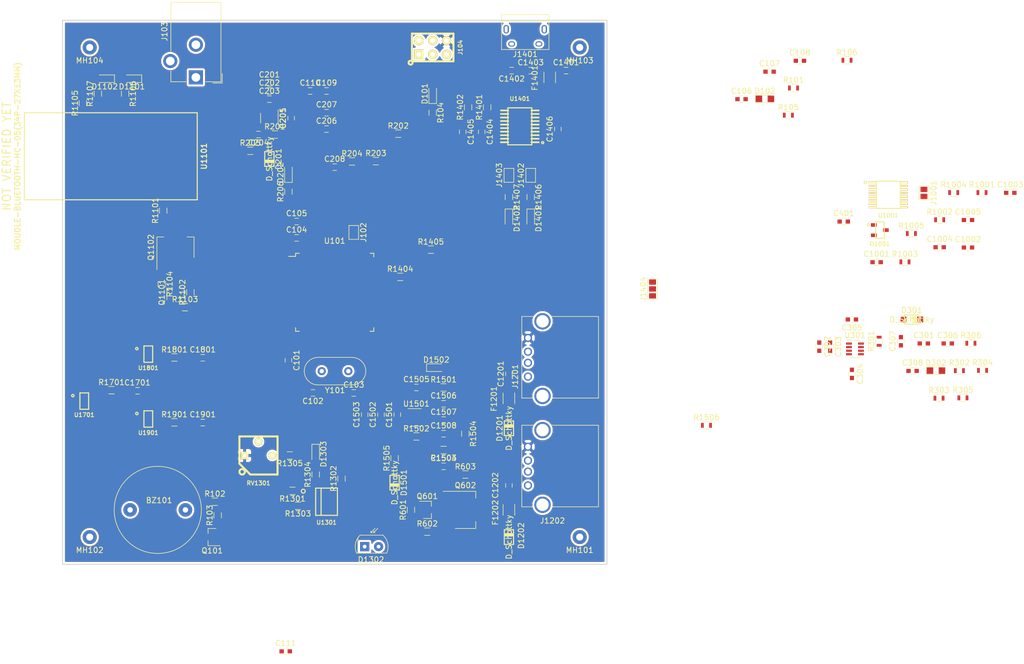
<source format=kicad_pcb>
(kicad_pcb (version 4) (host pcbnew 4.0.6)
  (layers (0 F.Cu signal) (31 B.Cu signal) (34 B.Paste user) (35 F.Paste user) (36 B.SilkS user) (37 F.SilkS user) (38 B.Mask user) (39 F.Mask user) (44 Edge.Cuts user))
  (net 0 "")
  (net 1 "Net-(BZ101-Pad2)")
  (net 2 5V-BUS)
  (net 3 RESET)
  (net 4 "Net-(C101-Pad1)")
  (net 5 GND)
  (net 6 "Net-(C102-Pad1)")
  (net 7 "Net-(C103-Pad1)")
  (net 8 MCU_VCC_5V)
  (net 9 +12V)
  (net 10 "Net-(C204-Pad1)")
  (net 11 "Net-(C205-Pad2)")
  (net 12 "Net-(C205-Pad1)")
  (net 13 3_3V_curMon+)
  (net 14 "Net-(C304-Pad1)")
  (net 15 "Net-(C305-Pad2)")
  (net 16 "Net-(C305-Pad1)")
  (net 17 5V_curMon+)
  (net 18 3V3-BUS)
  (net 19 SCALE_E+)
  (net 20 "Net-(C1004-Pad1)")
  (net 21 "Net-(C1005-Pad2)")
  (net 22 "Net-(C1005-Pad1)")
  (net 23 "Net-(C1201-Pad1)")
  (net 24 "Net-(C1202-Pad1)")
  (net 25 "Net-(C1401-Pad1)")
  (net 26 "Net-(C1402-Pad1)")
  (net 27 "Net-(C1403-Pad1)")
  (net 28 /USB-Serial/5V_ISOLATED)
  (net 29 "Net-(C1504-Pad1)")
  (net 30 "Net-(C1505-Pad2)")
  (net 31 "Net-(C1505-Pad1)")
  (net 32 5V_curMon+_USBLINE)
  (net 33 SCK)
  (net 34 "Net-(D101-Pad1)")
  (net 35 "Net-(D102-Pad2)")
  (net 36 3_3V_curMon-)
  (net 37 "Net-(D202-Pad1)")
  (net 38 5V_curMon-)
  (net 39 "Net-(D302-Pad1)")
  (net 40 "Net-(D1101-Pad2)")
  (net 41 "Net-(D1102-Pad2)")
  (net 42 "Net-(D1201-Pad1)")
  (net 43 "Net-(D1202-Pad1)")
  (net 44 "Net-(D1302-Pad2)")
  (net 45 "Net-(D1303-Pad2)")
  (net 46 "Net-(D1401-Pad1)")
  (net 47 "Net-(D1402-Pad1)")
  (net 48 5V-BUS_USBLINE)
  (net 49 5V_curMon-_USBLINE)
  (net 50 "Net-(D1502-Pad1)")
  (net 51 MISO)
  (net 52 MOSI)
  (net 53 "Net-(J1001-Pad1)")
  (net 54 "Net-(J1201-Pad5)")
  (net 55 "Net-(J1202-Pad5)")
  (net 56 "Net-(J1401-Pad6)")
  (net 57 "Net-(J1402-Pad1)")
  (net 58 /USB-Serial/RXLED)
  (net 59 "Net-(J1403-Pad1)")
  (net 60 /USB-Serial/TXLED)
  (net 61 "Net-(Q101-Pad2)")
  (net 62 "Net-(Q1001-Pad1)")
  (net 63 "Net-(L1001-Pad2)")
  (net 64 "Net-(Q1101-Pad1)")
  (net 65 "Net-(Q1101-Pad2)")
  (net 66 /Bluetooth/3_3V)
  (net 67 buzzer)
  (net 68 "Net-(R201-Pad1)")
  (net 69 "Net-(R203-Pad1)")
  (net 70 "Net-(R301-Pad1)")
  (net 71 5v_En)
  (net 72 "Net-(R303-Pad1)")
  (net 73 "Net-(R1003-Pad2)")
  (net 74 "Net-(R1101-Pad2)")
  (net 75 BT_EN)
  (net 76 "Net-(R1105-Pad2)")
  (net 77 BT_STATE)
  (net 78 "Net-(R1301-Pad1)")
  (net 79 Motion_Signal1)
  (net 80 "Net-(R1305-Pad2)")
  (net 81 "Net-(R1401-Pad1)")
  (net 82 "Net-(R1402-Pad1)")
  (net 83 "Net-(R1404-Pad2)")
  (net 84 "Net-(R1405-Pad2)")
  (net 85 "Net-(R1501-Pad1)")
  (net 86 "Net-(R1503-Pad1)")
  (net 87 3_3V_curMon_ADC)
  (net 88 5V_curMon_ADC)
  (net 89 5V_curMon_USBLINE_ADC)
  (net 90 "Net-(RV1301-Pad2)")
  (net 91 SCALE_PD_SCK)
  (net 92 SCALE_DOUT)
  (net 93 MCU_RX2)
  (net 94 MCU_TX2)
  (net 95 /USB-Serial/Vout)
  (net 96 "Net-(Q601-Pad1)")
  (net 97 "Net-(Q601-Pad2)")
  (net 98 3V3_PG)
  (net 99 5V1_PG)
  (net 100 EN_USBPORT)
  (net 101 BT_KEY)
  (net 102 BT_PWR)
  (net 103 MCU_RX1)
  (net 104 MCU_TX1)
  (net 105 5v_En_USBLINE)
  (net 106 5V2_PG)
  (module Buzzers_Beepers:BUZZER (layer F.Cu) (at 67.5 140)
    (fp_text reference BZ101 (at 0.24892 -1.75006) (layer F.SilkS))
    (fp_text value Buzzer)
    (pad 2 thru_hole circle (at 5.08 0) (size 2.49936 2.49936) (drill 1.00076) (layers *.Cu *.Mask) (net 1 "Net-(BZ101-Pad2)"))
    (pad 1 thru_hole circle (at -5.08 0) (size 2.49936 2.49936) (drill 1.00076) (layers *.Cu *.Mask) (net 2 5V-BUS))
  )
  (module Capacitors_SMD:C_0603 (layer F.Cu) (at 91.5 112.5 270)
    (fp_text reference C101 (at 0 -1.5 270) (layer F.SilkS))
    (fp_text value 0.1uF)
    (pad 2 smd rect (at 0.75 0 270) (size 0.8 0.75) (layers F.Cu F.Paste F.Mask) (net 3 RESET))
    (pad 1 smd rect (at -0.75 0 270) (size 0.8 0.75) (layers F.Cu F.Paste F.Mask) (net 4 "Net-(C101-Pad1)"))
  )
  (module Capacitors_SMD:C_0603 (layer F.Cu) (at 96 118.5 180)
    (fp_text reference C102 (at 0 -1.5 180) (layer F.SilkS))
    (fp_text value 22pF)
    (pad 2 smd rect (at 0.75 0 180) (size 0.8 0.75) (layers F.Cu F.Paste F.Mask) (net 5 GND))
    (pad 1 smd rect (at -0.75 0 180) (size 0.8 0.75) (layers F.Cu F.Paste F.Mask) (net 6 "Net-(C102-Pad1)"))
  )
  (module Capacitors_SMD:C_0603 (layer F.Cu) (at 103.5 118.5)
    (fp_text reference C103 (at 0 -1.5) (layer F.SilkS))
    (fp_text value 22pF)
    (pad 2 smd rect (at 0.75 0) (size 0.8 0.75) (layers F.Cu F.Paste F.Mask) (net 5 GND))
    (pad 1 smd rect (at -0.75 0) (size 0.8 0.75) (layers F.Cu F.Paste F.Mask) (net 7 "Net-(C103-Pad1)"))
  )
  (module Capacitors_SMD:C_0603 (layer F.Cu) (at 93 90)
    (fp_text reference C104 (at 0 -1.5) (layer F.SilkS))
    (fp_text value 10uF)
    (pad 2 smd rect (at 0.75 0) (size 0.8 0.75) (layers F.Cu F.Paste F.Mask) (net 8 MCU_VCC_5V))
    (pad 1 smd rect (at -0.75 0) (size 0.8 0.75) (layers F.Cu F.Paste F.Mask) (net 5 GND))
  )
  (module Capacitors_SMD:C_0603 (layer F.Cu) (at 93 87)
    (fp_text reference C105 (at 0 -1.5) (layer F.SilkS))
    (fp_text value 0.1uF)
    (pad 2 smd rect (at 0.75 0) (size 0.8 0.75) (layers F.Cu F.Paste F.Mask) (net 8 MCU_VCC_5V))
    (pad 1 smd rect (at -0.75 0) (size 0.8 0.75) (layers F.Cu F.Paste F.Mask) (net 5 GND))
  )
  (module Capacitors_SMD:C_0603 (layer F.Cu) (at 174.723572 64.499999)
    (fp_text reference C106 (at 0 -1.5) (layer F.SilkS))
    (fp_text value 10uF)
    (pad 2 smd rect (at 0.75 0) (size 0.8 0.75) (layers F.Cu F.Paste F.Mask) (net 5 GND))
    (pad 1 smd rect (at -0.75 0) (size 0.8 0.75) (layers F.Cu F.Paste F.Mask) (net 9 +12V))
  )
  (module Capacitors_SMD:C_0603 (layer F.Cu) (at 179.876429 59.449999)
    (fp_text reference C107 (at 0 -1.5) (layer F.SilkS))
    (fp_text value 0.1uF)
    (pad 2 smd rect (at 0.75 0) (size 0.8 0.75) (layers F.Cu F.Paste F.Mask) (net 2 5V-BUS))
    (pad 1 smd rect (at -0.75 0) (size 0.8 0.75) (layers F.Cu F.Paste F.Mask) (net 5 GND))
  )
  (module Capacitors_SMD:C_0603 (layer F.Cu) (at 185.446429 57.449999)
    (fp_text reference C108 (at 0 -1.5) (layer F.SilkS))
    (fp_text value 0.1uF)
    (pad 2 smd rect (at 0.75 0) (size 0.8 0.75) (layers F.Cu F.Paste F.Mask) (net 5 GND))
    (pad 1 smd rect (at -0.75 0) (size 0.8 0.75) (layers F.Cu F.Paste F.Mask) (net 9 +12V))
  )
  (module Capacitors_SMD:C_0603 (layer F.Cu) (at 98.5 63)
    (fp_text reference C109 (at 0 -1.5) (layer F.SilkS))
    (fp_text value 10uF)
    (pad 2 smd rect (at 0.75 0) (size 0.8 0.75) (layers F.Cu F.Paste F.Mask) (net 2 5V-BUS))
    (pad 1 smd rect (at -0.75 0) (size 0.8 0.75) (layers F.Cu F.Paste F.Mask) (net 5 GND))
  )
  (module Capacitors_SMD:C_0603 (layer F.Cu) (at 95.5 63)
    (fp_text reference C110 (at 0 -1.5) (layer F.SilkS))
    (fp_text value 0.1uF)
    (pad 2 smd rect (at 0.75 0) (size 0.8 0.75) (layers F.Cu F.Paste F.Mask) (net 2 5V-BUS))
    (pad 1 smd rect (at -0.75 0) (size 0.8 0.75) (layers F.Cu F.Paste F.Mask) (net 5 GND))
  )
  (module Capacitors_SMD:C_0603 (layer F.Cu) (at 88 61.5)
    (fp_text reference C201 (at 0 -1.5) (layer F.SilkS))
    (fp_text value 0.1uF)
    (pad 2 smd rect (at 0.75 0) (size 0.8 0.75) (layers F.Cu F.Paste F.Mask) (net 5 GND))
    (pad 1 smd rect (at -0.75 0) (size 0.8 0.75) (layers F.Cu F.Paste F.Mask) (net 9 +12V))
  )
  (module Capacitors_SMD:C_0603 (layer F.Cu) (at 88 63)
    (fp_text reference C202 (at 0 -1.5) (layer F.SilkS))
    (fp_text value 10uF)
    (pad 2 smd rect (at 0.75 0) (size 0.8 0.75) (layers F.Cu F.Paste F.Mask) (net 5 GND))
    (pad 1 smd rect (at -0.75 0) (size 0.8 0.75) (layers F.Cu F.Paste F.Mask) (net 9 +12V))
  )
  (module Capacitors_SMD:C_0603 (layer F.Cu) (at 88 64.5)
    (fp_text reference C203 (at 0 -1.5) (layer F.SilkS))
    (fp_text value 10uF)
    (pad 2 smd rect (at 0.75 0) (size 0.8 0.75) (layers F.Cu F.Paste F.Mask) (net 5 GND))
    (pad 1 smd rect (at -0.75 0) (size 0.8 0.75) (layers F.Cu F.Paste F.Mask) (net 9 +12V))
  )
  (module Capacitors_SMD:C_0603 (layer F.Cu) (at 86 71 180)
    (fp_text reference C204 (at 0 -1.5 180) (layer F.SilkS))
    (fp_text value 8200pF)
    (pad 2 smd rect (at 0.75 0 180) (size 0.8 0.75) (layers F.Cu F.Paste F.Mask) (net 5 GND))
    (pad 1 smd rect (at -0.75 0 180) (size 0.8 0.75) (layers F.Cu F.Paste F.Mask) (net 10 "Net-(C204-Pad1)"))
  )
  (module Capacitors_SMD:C_0603 (layer F.Cu) (at 92 68 90)
    (fp_text reference C205 (at 0 -1.5 90) (layer F.SilkS))
    (fp_text value 0.1uF)
    (pad 2 smd rect (at 0.75 0 90) (size 0.8 0.75) (layers F.Cu F.Paste F.Mask) (net 11 "Net-(C205-Pad2)"))
    (pad 1 smd rect (at -0.75 0 90) (size 0.8 0.75) (layers F.Cu F.Paste F.Mask) (net 12 "Net-(C205-Pad1)"))
  )
  (module Capacitors_SMD:C_0603 (layer F.Cu) (at 98.5 70)
    (fp_text reference C206 (at 0 -1.5) (layer F.SilkS))
    (fp_text value 22uF)
    (pad 2 smd rect (at 0.75 0) (size 0.8 0.75) (layers F.Cu F.Paste F.Mask) (net 5 GND))
    (pad 1 smd rect (at -0.75 0) (size 0.8 0.75) (layers F.Cu F.Paste F.Mask) (net 13 3_3V_curMon+))
  )
  (module Capacitors_SMD:C_0603 (layer F.Cu) (at 98.5 67)
    (fp_text reference C207 (at 0 -1.5) (layer F.SilkS))
    (fp_text value 22uF)
    (pad 2 smd rect (at 0.75 0) (size 0.8 0.75) (layers F.Cu F.Paste F.Mask) (net 5 GND))
    (pad 1 smd rect (at -0.75 0) (size 0.8 0.75) (layers F.Cu F.Paste F.Mask) (net 13 3_3V_curMon+))
  )
  (module Capacitors_SMD:C_0603 (layer F.Cu) (at 100 77)
    (fp_text reference C208 (at 0 -1.5) (layer F.SilkS))
    (fp_text value 22uF)
    (pad 2 smd rect (at 0.75 0) (size 0.8 0.75) (layers F.Cu F.Paste F.Mask) (net 5 GND))
    (pad 1 smd rect (at -0.75 0) (size 0.8 0.75) (layers F.Cu F.Paste F.Mask) (net 13 3_3V_curMon+))
  )
  (module Capacitors_SMD:C_0603 (layer F.Cu) (at 208.206429 109.409999)
    (fp_text reference C301 (at 0 -1.5) (layer F.SilkS))
    (fp_text value 0.1uF)
    (pad 2 smd rect (at 0.75 0) (size 0.8 0.75) (layers F.Cu F.Paste F.Mask) (net 5 GND))
    (pad 1 smd rect (at -0.75 0) (size 0.8 0.75) (layers F.Cu F.Paste F.Mask) (net 9 +12V))
  )
  (module Capacitors_SMD:C_0603 (layer F.Cu) (at 189 110 270)
    (fp_text reference C302 (at 0 -1.5 270) (layer F.SilkS))
    (fp_text value 10uF)
    (pad 2 smd rect (at 0.75 0 270) (size 0.8 0.75) (layers F.Cu F.Paste F.Mask) (net 5 GND))
    (pad 1 smd rect (at -0.75 0 270) (size 0.8 0.75) (layers F.Cu F.Paste F.Mask) (net 9 +12V))
  )
  (module Capacitors_SMD:C_0603 (layer F.Cu) (at 191 110 270)
    (fp_text reference C303 (at 0 -1.5 270) (layer F.SilkS))
    (fp_text value 10uF)
    (pad 2 smd rect (at 0.75 0 270) (size 0.8 0.75) (layers F.Cu F.Paste F.Mask) (net 5 GND))
    (pad 1 smd rect (at -0.75 0 270) (size 0.8 0.75) (layers F.Cu F.Paste F.Mask) (net 9 +12V))
  )
  (module Capacitors_SMD:C_0603 (layer F.Cu) (at 195 115 270)
    (fp_text reference C304 (at 0 -1.5 270) (layer F.SilkS))
    (fp_text value 8200pF)
    (pad 2 smd rect (at 0.75 0 270) (size 0.8 0.75) (layers F.Cu F.Paste F.Mask) (net 5 GND))
    (pad 1 smd rect (at -0.75 0 270) (size 0.8 0.75) (layers F.Cu F.Paste F.Mask) (net 14 "Net-(C304-Pad1)"))
  )
  (module Capacitors_SMD:C_0603 (layer F.Cu) (at 195 105 180)
    (fp_text reference C305 (at 0 -1.5 180) (layer F.SilkS))
    (fp_text value 0.1uF)
    (pad 2 smd rect (at 0.75 0 180) (size 0.8 0.75) (layers F.Cu F.Paste F.Mask) (net 15 "Net-(C305-Pad2)"))
    (pad 1 smd rect (at -0.75 0 180) (size 0.8 0.75) (layers F.Cu F.Paste F.Mask) (net 16 "Net-(C305-Pad1)"))
  )
  (module Capacitors_SMD:C_0603 (layer F.Cu) (at 212.603572 109.409999)
    (fp_text reference C306 (at 0 -1.5) (layer F.SilkS))
    (fp_text value 22uF)
    (pad 2 smd rect (at 0.75 0) (size 0.8 0.75) (layers F.Cu F.Paste F.Mask) (net 5 GND))
    (pad 1 smd rect (at -0.75 0) (size 0.8 0.75) (layers F.Cu F.Paste F.Mask) (net 17 5V_curMon+))
  )
  (module Capacitors_SMD:C_0603 (layer F.Cu) (at 204 109 90)
    (fp_text reference C307 (at 0 -1.5 90) (layer F.SilkS))
    (fp_text value 22uF)
    (pad 2 smd rect (at 0.75 0 90) (size 0.8 0.75) (layers F.Cu F.Paste F.Mask) (net 5 GND))
    (pad 1 smd rect (at -0.75 0 90) (size 0.8 0.75) (layers F.Cu F.Paste F.Mask) (net 17 5V_curMon+))
  )
  (module Capacitors_SMD:C_0603 (layer F.Cu) (at 206.143572 114.459999)
    (fp_text reference C308 (at 0 -1.5) (layer F.SilkS))
    (fp_text value 22uF)
    (pad 2 smd rect (at 0.75 0) (size 0.8 0.75) (layers F.Cu F.Paste F.Mask) (net 5 GND))
    (pad 1 smd rect (at -0.75 0) (size 0.8 0.75) (layers F.Cu F.Paste F.Mask) (net 17 5V_curMon+))
  )
  (module Capacitors_SMD:C_0603 (layer F.Cu) (at 199.539763 94.469999)
    (fp_text reference C1001 (at 0 -1.5) (layer F.SilkS))
    (fp_text value 0.1uF)
    (pad 2 smd rect (at 0.75 0) (size 0.8 0.75) (layers F.Cu F.Paste F.Mask) (net 5 GND))
    (pad 1 smd rect (at -0.75 0) (size 0.8 0.75) (layers F.Cu F.Paste F.Mask) (net 19 SCALE_E+))
  )
  (module Capacitors_SMD:C_0603 (layer F.Cu) (at 216.319763 91.769999)
    (fp_text reference C1002 (at 0 -1.5) (layer F.SilkS))
    (fp_text value 10uF)
    (pad 2 smd rect (at 0.75 0) (size 0.8 0.75) (layers F.Cu F.Paste F.Mask) (net 5 GND))
    (pad 1 smd rect (at -0.75 0) (size 0.8 0.75) (layers F.Cu F.Paste F.Mask) (net 19 SCALE_E+))
  )
  (module Capacitors_SMD:C_0603 (layer F.Cu) (at 224.089763 81.719999)
    (fp_text reference C1003 (at 0 -1.5) (layer F.SilkS))
    (fp_text value 10uF)
    (pad 2 smd rect (at 0.75 0) (size 0.8 0.75) (layers F.Cu F.Paste F.Mask) (net 18 3V3-BUS))
    (pad 1 smd rect (at -0.75 0) (size 0.8 0.75) (layers F.Cu F.Paste F.Mask) (net 5 GND))
  )
  (module Capacitors_SMD:C_0603 (layer F.Cu) (at 211.119763 91.719999)
    (fp_text reference C1004 (at 0 -1.5) (layer F.SilkS))
    (fp_text value 0.1uF)
    (pad 2 smd rect (at 0.75 0) (size 0.8 0.75) (layers F.Cu F.Paste F.Mask) (net 5 GND))
    (pad 1 smd rect (at -0.75 0) (size 0.8 0.75) (layers F.Cu F.Paste F.Mask) (net 20 "Net-(C1004-Pad1)"))
  )
  (module Capacitors_SMD:C_0603 (layer F.Cu) (at 216.319763 86.719999)
    (fp_text reference C1005 (at 0 -1.5) (layer F.SilkS))
    (fp_text value 0.1uF)
    (pad 2 smd rect (at 0.75 0) (size 0.8 0.75) (layers F.Cu F.Paste F.Mask) (net 21 "Net-(C1005-Pad2)"))
    (pad 1 smd rect (at -0.75 0) (size 0.8 0.75) (layers F.Cu F.Paste F.Mask) (net 22 "Net-(C1005-Pad1)"))
  )
  (module Capacitors_SMD:C_0603 (layer F.Cu) (at 132 115 90)
    (fp_text reference C1201 (at 0 -1.5 90) (layer F.SilkS))
    (fp_text value 10uF)
    (pad 2 smd rect (at 0.75 0 90) (size 0.8 0.75) (layers F.Cu F.Paste F.Mask) (net 5 GND))
    (pad 1 smd rect (at -0.75 0 90) (size 0.8 0.75) (layers F.Cu F.Paste F.Mask) (net 23 "Net-(C1201-Pad1)"))
  )
  (module Capacitors_SMD:C_0603 (layer F.Cu) (at 132 135.5 90)
    (fp_text reference C1202 (at 0 -2.5 90) (layer F.SilkS))
    (fp_text value 10uF)
    (pad 2 smd rect (at 0.75 0 90) (size 0.8 0.75) (layers F.Cu F.Paste F.Mask) (net 5 GND))
    (pad 1 smd rect (at -0.75 0 90) (size 0.8 0.75) (layers F.Cu F.Paste F.Mask) (net 24 "Net-(C1202-Pad1)"))
  )
  (module Capacitors_SMD:C_0603 (layer F.Cu) (at 142.5 59.25)
    (fp_text reference C1401 (at 0 -1.5) (layer F.SilkS))
    (fp_text value 0.1uF)
    (pad 2 smd rect (at 0.75 0) (size 0.8 0.75) (layers F.Cu F.Paste F.Mask) (net 5 GND))
    (pad 1 smd rect (at -0.75 0) (size 0.8 0.75) (layers F.Cu F.Paste F.Mask) (net 25 "Net-(C1401-Pad1)"))
  )
  (module Capacitors_SMD:C_0603 (layer F.Cu) (at 132.5 59.25 180)
    (fp_text reference C1402 (at 0 -1.5 180) (layer F.SilkS))
    (fp_text value 47pF)
    (pad 2 smd rect (at 0.75 0 180) (size 0.8 0.75) (layers F.Cu F.Paste F.Mask) (net 5 GND))
    (pad 1 smd rect (at -0.75 0 180) (size 0.8 0.75) (layers F.Cu F.Paste F.Mask) (net 26 "Net-(C1402-Pad1)"))
  )
  (module Capacitors_SMD:C_0603 (layer F.Cu) (at 136 59.25)
    (fp_text reference C1403 (at 0 -1.5) (layer F.SilkS))
    (fp_text value 47pF)
    (pad 2 smd rect (at 0.75 0) (size 0.8 0.75) (layers F.Cu F.Paste F.Mask) (net 5 GND))
    (pad 1 smd rect (at -0.75 0) (size 0.8 0.75) (layers F.Cu F.Paste F.Mask) (net 27 "Net-(C1403-Pad1)"))
  )
  (module Capacitors_SMD:C_0603 (layer F.Cu) (at 127 70.5 270)
    (fp_text reference C1404 (at 0 -1.5 270) (layer F.SilkS))
    (fp_text value 0.1uF)
    (pad 2 smd rect (at 0.75 0 270) (size 0.8 0.75) (layers F.Cu F.Paste F.Mask) (net 5 GND))
    (pad 1 smd rect (at -0.75 0 270) (size 0.8 0.75) (layers F.Cu F.Paste F.Mask) (net 28 /USB-Serial/5V_ISOLATED))
  )
  (module Capacitors_SMD:C_0603 (layer F.Cu) (at 123.5 70.5 270)
    (fp_text reference C1405 (at 0 -1.5 270) (layer F.SilkS))
    (fp_text value 10uF)
    (pad 2 smd rect (at 0.75 0 270) (size 0.8 0.75) (layers F.Cu F.Paste F.Mask) (net 5 GND))
    (pad 1 smd rect (at -0.75 0 270) (size 0.8 0.75) (layers F.Cu F.Paste F.Mask) (net 28 /USB-Serial/5V_ISOLATED))
  )
  (module Capacitors_SMD:C_0603 (layer F.Cu) (at 141 70 90)
    (fp_text reference C1406 (at 0 -1.5 90) (layer F.SilkS))
    (fp_text value 0.1uF)
    (pad 2 smd rect (at 0.75 0 90) (size 0.8 0.75) (layers F.Cu F.Paste F.Mask) (net 5 GND))
    (pad 1 smd rect (at -0.75 0 90) (size 0.8 0.75) (layers F.Cu F.Paste F.Mask) (net 18 3V3-BUS))
  )
  (module Capacitors_SMD:C_0603 (layer F.Cu) (at 111.5 122.5 90)
    (fp_text reference C1501 (at 0 -1.5 90) (layer F.SilkS))
    (fp_text value 0.1uF)
    (pad 2 smd rect (at 0.75 0 90) (size 0.8 0.75) (layers F.Cu F.Paste F.Mask) (net 5 GND))
    (pad 1 smd rect (at -0.75 0 90) (size 0.8 0.75) (layers F.Cu F.Paste F.Mask) (net 9 +12V))
  )
  (module Capacitors_SMD:C_0603 (layer F.Cu) (at 108.5 122.5 90)
    (fp_text reference C1502 (at 0 -1.5 90) (layer F.SilkS))
    (fp_text value 10uF)
    (pad 2 smd rect (at 0.75 0 90) (size 0.8 0.75) (layers F.Cu F.Paste F.Mask) (net 5 GND))
    (pad 1 smd rect (at -0.75 0 90) (size 0.8 0.75) (layers F.Cu F.Paste F.Mask) (net 9 +12V))
  )
  (module Capacitors_SMD:C_0603 (layer F.Cu) (at 105.5 122.5 90)
    (fp_text reference C1503 (at 0 -1.5 90) (layer F.SilkS))
    (fp_text value 10uF)
    (pad 2 smd rect (at 0.75 0 90) (size 0.8 0.75) (layers F.Cu F.Paste F.Mask) (net 5 GND))
    (pad 1 smd rect (at -0.75 0 90) (size 0.8 0.75) (layers F.Cu F.Paste F.Mask) (net 9 +12V))
  )
  (module Capacitors_SMD:C_0603 (layer F.Cu) (at 120 132)
    (fp_text reference C1504 (at 0 -1.5) (layer F.SilkS))
    (fp_text value 8200pF)
    (pad 2 smd rect (at 0.75 0) (size 0.8 0.75) (layers F.Cu F.Paste F.Mask) (net 5 GND))
    (pad 1 smd rect (at -0.75 0) (size 0.8 0.75) (layers F.Cu F.Paste F.Mask) (net 29 "Net-(C1504-Pad1)"))
  )
  (module Capacitors_SMD:C_0603 (layer F.Cu) (at 115 117.5 180)
    (fp_text reference C1505 (at 0 1.5 180) (layer F.SilkS))
    (fp_text value 0.1uF)
    (pad 2 smd rect (at 0.75 0 180) (size 0.8 0.75) (layers F.Cu F.Paste F.Mask) (net 30 "Net-(C1505-Pad2)"))
    (pad 1 smd rect (at -0.75 0 180) (size 0.8 0.75) (layers F.Cu F.Paste F.Mask) (net 31 "Net-(C1505-Pad1)"))
  )
  (module Capacitors_SMD:C_0603 (layer F.Cu) (at 120 120.5)
    (fp_text reference C1506 (at 0 -1.5) (layer F.SilkS))
    (fp_text value 22uF)
    (pad 2 smd rect (at 0.75 0) (size 0.8 0.75) (layers F.Cu F.Paste F.Mask) (net 5 GND))
    (pad 1 smd rect (at -0.75 0) (size 0.8 0.75) (layers F.Cu F.Paste F.Mask) (net 32 5V_curMon+_USBLINE))
  )
  (module Capacitors_SMD:C_0603 (layer F.Cu) (at 120 123.5)
    (fp_text reference C1507 (at 0 -1.5) (layer F.SilkS))
    (fp_text value 22uF)
    (pad 2 smd rect (at 0.75 0) (size 0.8 0.75) (layers F.Cu F.Paste F.Mask) (net 5 GND))
    (pad 1 smd rect (at -0.75 0) (size 0.8 0.75) (layers F.Cu F.Paste F.Mask) (net 32 5V_curMon+_USBLINE))
  )
  (module Capacitors_SMD:C_0603 (layer F.Cu) (at 120 126)
    (fp_text reference C1508 (at 0 -1.5) (layer F.SilkS))
    (fp_text value 22uF)
    (pad 2 smd rect (at 0.75 0) (size 0.8 0.75) (layers F.Cu F.Paste F.Mask) (net 5 GND))
    (pad 1 smd rect (at -0.75 0) (size 0.8 0.75) (layers F.Cu F.Paste F.Mask) (net 32 5V_curMon+_USBLINE))
  )
  (module Capacitors_SMD:C_0603 (layer F.Cu) (at 63.769763 118.109999)
    (fp_text reference C1701 (at 0 -1.5) (layer F.SilkS))
    (fp_text value 0.1uF)
    (pad 2 smd rect (at 0.75 0) (size 0.8 0.75) (layers F.Cu F.Paste F.Mask) (net 5 GND))
    (pad 1 smd rect (at -0.75 0) (size 0.8 0.75) (layers F.Cu F.Paste F.Mask) (net 18 3V3-BUS))
  )
  (module Capacitors_SMD:C_0603 (layer F.Cu) (at 75.759763 112.039999)
    (fp_text reference C1801 (at 0 -1.5) (layer F.SilkS))
    (fp_text value 0.1uF)
    (pad 2 smd rect (at 0.75 0) (size 0.8 0.75) (layers F.Cu F.Paste F.Mask) (net 5 GND))
    (pad 1 smd rect (at -0.75 0) (size 0.8 0.75) (layers F.Cu F.Paste F.Mask) (net 18 3V3-BUS))
  )
  (module Capacitors_SMD:C_0603 (layer F.Cu) (at 75.759763 123.959999)
    (fp_text reference C1901 (at 0 -1.5) (layer F.SilkS))
    (fp_text value 0.1uF)
    (pad 2 smd rect (at 0.75 0) (size 0.8 0.75) (layers F.Cu F.Paste F.Mask) (net 5 GND))
    (pad 1 smd rect (at -0.75 0) (size 0.8 0.75) (layers F.Cu F.Paste F.Mask) (net 18 3V3-BUS))
  )
  (module LEDs:LED_0805 (layer F.Cu) (at 118 63.5 90)
    (fp_text reference D101 (at 0 -1.45 90) (layer F.SilkS))
    (fp_text value LED)
    (pad 2 smd rect (at 1.1 0 270) (size 1.2 1.2) (layers F.Cu F.Paste F.Mask) (net 33 SCK))
    (pad 1 smd rect (at -1.1 0 270) (size 1.2 1.2) (layers F.Cu F.Paste F.Mask) (net 34 "Net-(D101-Pad1)"))
  )
  (module LEDs:LED_0805 (layer F.Cu) (at 179.020002 64.449999)
    (fp_text reference D102 (at 0 -1.45) (layer F.SilkS))
    (fp_text value LED)
    (pad 2 smd rect (at 1.1 0 180) (size 1.2 1.2) (layers F.Cu F.Paste F.Mask) (net 35 "Net-(D102-Pad2)"))
    (pad 1 smd rect (at -1.1 0 180) (size 1.2 1.2) (layers F.Cu F.Paste F.Mask) (net 5 GND))
  )
  (module sod:SOD-123F (layer F.Cu) (at 88 75.5 270)
    (fp_text reference D201 (at 0 -1.69926 270) (layer F.SilkS) (effects (font (size 1.016 1.016) (thickness 0.1524))))
    (fp_text value D_Schottky (at 0 0 270) (layer F.SilkS) (effects (font (size 1.016 1.016) (thickness 0.1524))))
    (pad 1 smd rect (at 1.524 0 270) (size 1.09982 1.09982) (layers *.Mask F.Cu) (net 18 3V3-BUS))
    (pad 2 smd rect (at -1.524 0 270) (size 1.09982 1.09982) (layers *.Mask F.Cu) (net 36 3_3V_curMon-))
  )
  (module LEDs:LED_0805 (layer F.Cu) (at 91.5 78 90)
    (fp_text reference D202 (at 0 -1.45 90) (layer F.SilkS))
    (fp_text value LED)
    (pad 2 smd rect (at 1.1 0 270) (size 1.2 1.2) (layers F.Cu F.Paste F.Mask) (net 18 3V3-BUS))
    (pad 1 smd rect (at -1.1 0 270) (size 1.2 1.2) (layers F.Cu F.Paste F.Mask) (net 37 "Net-(D202-Pad1)"))
  )
  (module sod:SOD-123F (layer F.Cu) (at 206 105)
    (fp_text reference D301 (at 0 -1.69926) (layer F.SilkS) (effects (font (size 1.016 1.016) (thickness 0.1524))))
    (fp_text value D_Schottky (at 0 0) (layer F.SilkS) (effects (font (size 1.016 1.016) (thickness 0.1524))))
    (pad 1 smd rect (at 1.524 0) (size 1.09982 1.09982) (layers *.Mask F.Cu) (net 2 5V-BUS))
    (pad 2 smd rect (at -1.524 0) (size 1.09982 1.09982) (layers *.Mask F.Cu) (net 38 5V_curMon-))
  )
  (module LEDs:LED_0805 (layer F.Cu) (at 210.440002 114.409999)
    (fp_text reference D302 (at 0 -1.45) (layer F.SilkS))
    (fp_text value LED)
    (pad 2 smd rect (at 1.1 0 180) (size 1.2 1.2) (layers F.Cu F.Paste F.Mask) (net 2 5V-BUS))
    (pad 1 smd rect (at -1.1 0 180) (size 1.2 1.2) (layers F.Cu F.Paste F.Mask) (net 39 "Net-(D302-Pad1)"))
  )
  (module LEDs:LED_0805 (layer F.Cu) (at 62.75 60.75 180)
    (fp_text reference D1101 (at 0 -1.45 180) (layer F.SilkS))
    (fp_text value LED)
    (pad 2 smd rect (at 1.1 0) (size 1.2 1.2) (layers F.Cu F.Paste F.Mask) (net 40 "Net-(D1101-Pad2)"))
    (pad 1 smd rect (at -1.1 0) (size 1.2 1.2) (layers F.Cu F.Paste F.Mask) (net 5 GND))
  )
  (module LEDs:LED_0805 (layer F.Cu) (at 57.75 60.75 180)
    (fp_text reference D1102 (at 0 -1.45 180) (layer F.SilkS))
    (fp_text value LED)
    (pad 2 smd rect (at 1.1 0) (size 1.2 1.2) (layers F.Cu F.Paste F.Mask) (net 41 "Net-(D1102-Pad2)"))
    (pad 1 smd rect (at -1.1 0) (size 1.2 1.2) (layers F.Cu F.Paste F.Mask) (net 5 GND))
  )
  (module sod:SOD-123F (layer F.Cu) (at 132 125 90)
    (fp_text reference D1201 (at 0 -1.69926 90) (layer F.SilkS) (effects (font (size 1.016 1.016) (thickness 0.1524))))
    (fp_text value D_Schottky (at 0 0 90) (layer F.SilkS) (effects (font (size 1.016 1.016) (thickness 0.1524))))
    (pad 1 smd rect (at 1.524 0 90) (size 1.09982 1.09982) (layers *.Mask F.Cu) (net 42 "Net-(D1201-Pad1)"))
    (pad 2 smd rect (at -1.524 0 90) (size 1.09982 1.09982) (layers *.Mask F.Cu) (net 2 5V-BUS))
  )
  (module sod:SOD-123F (layer F.Cu) (at 132 145 90)
    (fp_text reference D1202 (at 0.25 2.25 90) (layer F.SilkS) (effects (font (size 1.016 1.016) (thickness 0.1524))))
    (fp_text value D_Schottky (at 0 0 90) (layer F.SilkS) (effects (font (size 1.016 1.016) (thickness 0.1524))))
    (pad 1 smd rect (at 1.524 0 90) (size 1.09982 1.09982) (layers *.Mask F.Cu) (net 43 "Net-(D1202-Pad1)"))
    (pad 2 smd rect (at -1.524 0 90) (size 1.09982 1.09982) (layers *.Mask F.Cu) (net 2 5V-BUS))
  )
  (module Opto-Devices:PhotoDiode_SFH225 (layer F.Cu) (at 105.5 146.75)
    (fp_text reference D1302 (at 1.17 2.4) (layer F.SilkS))
    (fp_text value D_Photo)
    (pad 2 thru_hole circle (at 2.56 0 180) (size 1.7 1.7) (drill 0.7) (layers *.Cu *.Mask) (net 44 "Net-(D1302-Pad2)"))
    (pad 1 thru_hole rect (at 0 0 180) (size 1.7 1.7) (drill 0.7) (layers *.Cu *.Mask) (net 18 3V3-BUS))
  )
  (module LEDs:LED_0805 (layer F.Cu) (at 96.5 129.75 270)
    (fp_text reference D1303 (at 0 -1.45 270) (layer F.SilkS))
    (fp_text value LED)
    (pad 2 smd rect (at 1.1 0 90) (size 1.2 1.2) (layers F.Cu F.Paste F.Mask) (net 45 "Net-(D1303-Pad2)"))
    (pad 1 smd rect (at -1.1 0 90) (size 1.2 1.2) (layers F.Cu F.Paste F.Mask) (net 5 GND))
  )
  (module LEDs:LED_0805 (layer F.Cu) (at 136 86.5 270)
    (fp_text reference D1401 (at 0 -1.45 270) (layer F.SilkS))
    (fp_text value LED)
    (pad 2 smd rect (at 1.1 0 90) (size 1.2 1.2) (layers F.Cu F.Paste F.Mask) (net 95 /USB-Serial/Vout))
    (pad 1 smd rect (at -1.1 0 90) (size 1.2 1.2) (layers F.Cu F.Paste F.Mask) (net 46 "Net-(D1401-Pad1)"))
  )
  (module LEDs:LED_0805 (layer F.Cu) (at 132 86.5 270)
    (fp_text reference D1402 (at 0 -1.45 270) (layer F.SilkS))
    (fp_text value LED)
    (pad 2 smd rect (at 1.1 0 90) (size 1.2 1.2) (layers F.Cu F.Paste F.Mask) (net 95 /USB-Serial/Vout))
    (pad 1 smd rect (at -1.1 0 90) (size 1.2 1.2) (layers F.Cu F.Paste F.Mask) (net 47 "Net-(D1402-Pad1)"))
  )
  (module sod:SOD-123F (layer F.Cu) (at 111 135 270)
    (fp_text reference D1501 (at 0 -1.69926 270) (layer F.SilkS) (effects (font (size 1.016 1.016) (thickness 0.1524))))
    (fp_text value D_Schottky (at 0 0 270) (layer F.SilkS) (effects (font (size 1.016 1.016) (thickness 0.1524))))
    (pad 1 smd rect (at 1.524 0 270) (size 1.09982 1.09982) (layers *.Mask F.Cu) (net 48 5V-BUS_USBLINE))
    (pad 2 smd rect (at -1.524 0 270) (size 1.09982 1.09982) (layers *.Mask F.Cu) (net 49 5V_curMon-_USBLINE))
  )
  (module LEDs:LED_0805 (layer F.Cu) (at 118.669763 113.859999)
    (fp_text reference D1502 (at 0 -1.45) (layer F.SilkS))
    (fp_text value LED)
    (pad 2 smd rect (at 1.1 0 180) (size 1.2 1.2) (layers F.Cu F.Paste F.Mask) (net 48 5V-BUS_USBLINE))
    (pad 1 smd rect (at -1.1 0 180) (size 1.2 1.2) (layers F.Cu F.Paste F.Mask) (net 50 "Net-(D1502-Pad1)"))
  )
  (module Fuse_Holders_and_Fuses:Fuse_SMD1206_Reflow (layer F.Cu) (at 132 119.5 90)
    (fp_text reference F1201 (at -0.1 -2.75 90) (layer F.SilkS))
    (fp_text value Polyfuse)
    (pad 1 smd rect (at -1.2 0 180) (size 2.03 1.14) (layers F.Cu F.Paste F.Mask) (net 42 "Net-(D1201-Pad1)"))
    (pad 2 smd rect (at 1.2 0 180) (size 2.03 1.14) (layers F.Cu F.Paste F.Mask) (net 23 "Net-(C1201-Pad1)"))
  )
  (module Fuse_Holders_and_Fuses:Fuse_SMD1206_Reflow (layer F.Cu) (at 132 140 90)
    (fp_text reference F1202 (at -0.5 -2.5 90) (layer F.SilkS))
    (fp_text value Polyfuse)
    (pad 1 smd rect (at -1.2 0 180) (size 2.03 1.14) (layers F.Cu F.Paste F.Mask) (net 43 "Net-(D1202-Pad1)"))
    (pad 2 smd rect (at 1.2 0 180) (size 2.03 1.14) (layers F.Cu F.Paste F.Mask) (net 24 "Net-(C1202-Pad1)"))
  )
  (module Fuse_Holders_and_Fuses:Fuse_SMD1206_Reflow (layer F.Cu) (at 139.5 60.5 90)
    (fp_text reference F1401 (at -0.1 -2.75 90) (layer F.SilkS))
    (fp_text value Polyfuse)
    (pad 1 smd rect (at -1.2 0 180) (size 2.03 1.14) (layers F.Cu F.Paste F.Mask) (net 28 /USB-Serial/5V_ISOLATED))
    (pad 2 smd rect (at 1.2 0 180) (size 2.03 1.14) (layers F.Cu F.Paste F.Mask) (net 25 "Net-(C1401-Pad1)"))
  )
  (module Connectors:GS2 (layer F.Cu) (at 103.5 89)
    (fp_text reference J102 (at 1.78 0 90) (layer F.SilkS))
    (fp_text value GS2)
    (pad 1 smd rect (at 0 -0.64) (size 1.27 0.97) (layers F.Cu F.Paste F.Mask) (net 18 3V3-BUS))
    (pad 2 smd rect (at 0 0.64) (size 1.27 0.97) (layers F.Cu F.Paste F.Mask) (net 8 MCU_VCC_5V))
  )
  (module connect-thru:2x3-ARRAY_P100mil (layer F.Cu) (at 118 55 90)
    (fp_text reference J104 (at 0 5.08 90) (layer F.SilkS) (effects (font (size 0.762 0.762) (thickness 0.1524))))
    (fp_text value ISP hide)
    (pad 1 thru_hole rect (at -1.27 -2.54 90) (size 1.7 1.7) (drill 0.9) (layers *.Cu *.Mask F.SilkS) (net 51 MISO))
    (pad 2 thru_hole circle (at 1.27 -2.54 90) (size 1.7 1.7) (drill 0.9) (layers *.Cu *.Mask F.SilkS) (net 8 MCU_VCC_5V))
    (pad 3 thru_hole circle (at -1.27 0 90) (size 1.7 1.7) (drill 0.9) (layers *.Cu *.Mask F.SilkS) (net 33 SCK))
    (pad 4 thru_hole circle (at 1.27 0 90) (size 1.7 1.7) (drill 0.9) (layers *.Cu *.Mask F.SilkS) (net 52 MOSI))
    (pad 5 thru_hole circle (at -1.27 2.54 90) (size 1.7 1.7) (drill 0.9) (layers *.Cu *.Mask F.SilkS) (net 3 RESET))
    (pad 6 thru_hole circle (at 1.27 2.54 90) (size 1.7 1.7) (drill 0.9) (layers *.Cu *.Mask F.SilkS) (net 5 GND))
  )
  (module Connectors:GS2 (layer F.Cu) (at 208.230001 81.730714)
    (fp_text reference J1001 (at 1.78 0 90) (layer F.SilkS))
    (fp_text value GS2)
    (pad 1 smd rect (at 0 -0.64) (size 1.27 0.97) (layers F.Cu F.Paste F.Mask) (net 53 "Net-(J1001-Pad1)"))
    (pad 2 smd rect (at 0 0.64) (size 1.27 0.97) (layers F.Cu F.Paste F.Mask) (net 5 GND))
  )
  (module Connectors:USB_A (layer F.Cu) (at 135.5 115.5 90)
    (fp_text reference J1201 (at 0 -2.35 90) (layer F.SilkS))
    (fp_text value USB_A)
    (pad 4 thru_hole circle (at 7.11 0) (size 1.5 1.5) (drill 1) (layers *.Cu *.Mask) (net 5 GND))
    (pad 3 thru_hole circle (at 4.57 0) (size 1.5 1.5) (drill 1) (layers *.Cu *.Mask))
    (pad 2 thru_hole circle (at 2.54 0) (size 1.5 1.5) (drill 1) (layers *.Cu *.Mask))
    (pad 1 thru_hole circle (at 0 0) (size 1.5 1.5) (drill 1) (layers *.Cu *.Mask) (net 23 "Net-(C1201-Pad1)"))
    (pad 5 thru_hole circle (at 10.16 2.67) (size 3 3) (drill 2.3) (layers *.Cu *.Mask) (net 54 "Net-(J1201-Pad5)"))
    (pad 5 thru_hole circle (at -3.56 2.67) (size 3 3) (drill 2.3) (layers *.Cu *.Mask) (net 54 "Net-(J1201-Pad5)"))
  )
  (module Connectors:USB_A (layer F.Cu) (at 135.5 135.5 90)
    (fp_text reference J1202 (at -6.5 4.5 180) (layer F.SilkS))
    (fp_text value USB_A)
    (pad 4 thru_hole circle (at 7.11 0) (size 1.5 1.5) (drill 1) (layers *.Cu *.Mask) (net 5 GND))
    (pad 3 thru_hole circle (at 4.57 0) (size 1.5 1.5) (drill 1) (layers *.Cu *.Mask))
    (pad 2 thru_hole circle (at 2.54 0) (size 1.5 1.5) (drill 1) (layers *.Cu *.Mask))
    (pad 1 thru_hole circle (at 0 0) (size 1.5 1.5) (drill 1) (layers *.Cu *.Mask) (net 24 "Net-(C1202-Pad1)"))
    (pad 5 thru_hole circle (at 10.16 2.67) (size 3 3) (drill 2.3) (layers *.Cu *.Mask) (net 55 "Net-(J1202-Pad5)"))
    (pad 5 thru_hole circle (at -3.56 2.67) (size 3 3) (drill 2.3) (layers *.Cu *.Mask) (net 55 "Net-(J1202-Pad5)"))
  )
  (module Connectors:USB_Micro-B (layer F.Cu) (at 135 53 180)
    (fp_text reference J1401 (at 0 -3.24 180) (layer F.SilkS))
    (fp_text value USB_OTG)
    (pad 1 smd rect (at -1.3 -1.35 270) (size 1.35 0.4) (layers F.Cu F.Paste F.Mask) (net 25 "Net-(C1401-Pad1)"))
    (pad 2 smd rect (at -0.65 -1.35 270) (size 1.35 0.4) (layers F.Cu F.Paste F.Mask) (net 27 "Net-(C1403-Pad1)"))
    (pad 3 smd rect (at 0 -1.35 270) (size 1.35 0.4) (layers F.Cu F.Paste F.Mask) (net 26 "Net-(C1402-Pad1)"))
    (pad 4 smd rect (at 0.65 -1.35 270) (size 1.35 0.4) (layers F.Cu F.Paste F.Mask))
    (pad 5 smd rect (at 1.3 -1.35 270) (size 1.35 0.4) (layers F.Cu F.Paste F.Mask) (net 5 GND))
    (pad 6 thru_hole oval (at -2.5 -1.35 270) (size 0.95 1.25) (drill oval 0.55 0.85) (layers *.Cu *.Mask) (net 56 "Net-(J1401-Pad6)"))
    (pad 6 thru_hole oval (at 2.5 -1.35 270) (size 0.95 1.25) (drill oval 0.55 0.85) (layers *.Cu *.Mask) (net 56 "Net-(J1401-Pad6)"))
    (pad 6 thru_hole oval (at -3.5 1.35 270) (size 1.55 1) (drill oval 1.15 0.5) (layers *.Cu *.Mask) (net 56 "Net-(J1401-Pad6)"))
    (pad 6 thru_hole oval (at 3.5 1.35 270) (size 1.55 1) (drill oval 1.15 0.5) (layers *.Cu *.Mask) (net 56 "Net-(J1401-Pad6)"))
  )
  (module Connectors:GS2 (layer F.Cu) (at 136 78.5 180)
    (fp_text reference J1402 (at 1.78 0 270) (layer F.SilkS))
    (fp_text value GS2)
    (pad 1 smd rect (at 0 -0.64 180) (size 1.27 0.97) (layers F.Cu F.Paste F.Mask) (net 57 "Net-(J1402-Pad1)"))
    (pad 2 smd rect (at 0 0.64 180) (size 1.27 0.97) (layers F.Cu F.Paste F.Mask) (net 58 /USB-Serial/RXLED))
  )
  (module Connectors:GS2 (layer F.Cu) (at 132 78.5 180)
    (fp_text reference J1403 (at 1.78 0 270) (layer F.SilkS))
    (fp_text value GS2)
    (pad 1 smd rect (at 0 -0.64 180) (size 1.27 0.97) (layers F.Cu F.Paste F.Mask) (net 59 "Net-(J1403-Pad1)"))
    (pad 2 smd rect (at 0 0.64 180) (size 1.27 0.97) (layers F.Cu F.Paste F.Mask) (net 60 /USB-Serial/TXLED))
  )
  (module Connectors:GS3 (layer F.Cu) (at 158.380001 99.390714)
    (fp_text reference J1404 (at -1.7 0 90) (layer F.SilkS))
    (fp_text value GS3)
    (pad 1 smd rect (at 0 -1.27) (size 1.27 0.97) (layers F.Cu F.Paste F.Mask) (net 28 /USB-Serial/5V_ISOLATED))
    (pad 2 smd rect (at 0 0) (size 1.27 0.97) (layers F.Cu F.Paste F.Mask) (net 95 /USB-Serial/Vout))
    (pad 3 smd rect (at 0 1.27) (size 1.27 0.97) (layers F.Cu F.Paste F.Mask) (net 18 3V3-BUS))
  )
  (module TO_SOT_Packages_SMD:SOT-23 (layer F.Cu) (at 77.5 145 180)
    (fp_text reference Q101 (at 0 -2.5 180) (layer F.SilkS))
    (fp_text value Q_NMOS_DGS)
    (pad 1 smd rect (at -1 -0.95 180) (size 0.9 0.8) (layers F.Cu F.Paste F.Mask) (net 1 "Net-(BZ101-Pad2)"))
    (pad 2 smd rect (at -1 0.95 180) (size 0.9 0.8) (layers F.Cu F.Paste F.Mask) (net 61 "Net-(Q101-Pad2)"))
    (pad 3 smd rect (at 1 0 180) (size 0.9 0.8) (layers F.Cu F.Paste F.Mask) (net 5 GND))
  )
  (module sot:SOT23 (layer F.Cu) (at 200.128571 88.5766)
    (fp_text reference Q1001 (at 0 2.54) (layer F.SilkS) (effects (font (size 0.762 0.762) (thickness 0.1524))))
    (fp_text value MMBT4403 hide)
    (pad 1 smd rect (at -1.1 -0.95) (size 1.06 0.65) (layers F.Cu F.Paste F.Mask) (net 62 "Net-(Q1001-Pad1)"))
    (pad 3 smd rect (at 1.1 0) (size 1.06 0.65) (layers F.Cu F.Paste F.Mask) (net 18 3V3-BUS))
    (pad 2 smd rect (at -1.1 0.95) (size 1.06 0.65) (layers F.Cu F.Paste F.Mask) (net 63 "Net-(L1001-Pad2)"))
  )
  (module TO_SOT_Packages_SMD:SOT-23 (layer F.Cu) (at 70.75 100 90)
    (fp_text reference Q1101 (at 0 -2.5 90) (layer F.SilkS))
    (fp_text value Q_NMOS_DGS)
    (pad 1 smd rect (at -1 -0.95 90) (size 0.9 0.8) (layers F.Cu F.Paste F.Mask) (net 64 "Net-(Q1101-Pad1)"))
    (pad 2 smd rect (at -1 0.95 90) (size 0.9 0.8) (layers F.Cu F.Paste F.Mask) (net 65 "Net-(Q1101-Pad2)"))
    (pad 3 smd rect (at 1 0 90) (size 0.9 0.8) (layers F.Cu F.Paste F.Mask) (net 5 GND))
  )
  (module TO_SOT_Packages_SMD:SOT-223-3_TabPin2 (layer F.Cu) (at 70.75 91.75 90)
    (fp_text reference Q1102 (at 0 -4.5 90) (layer F.SilkS))
    (fp_text value Q_PMOS_DGS)
    (pad 2 smd rect (at 3.15 0 90) (size 2 3.8) (layers F.Cu F.Paste F.Mask) (net 64 "Net-(Q1101-Pad1)"))
    (pad 2 smd rect (at -3.15 0 90) (size 2 1.5) (layers F.Cu F.Paste F.Mask) (net 64 "Net-(Q1101-Pad1)"))
    (pad 3 smd rect (at -3.15 2.3 90) (size 2 1.5) (layers F.Cu F.Paste F.Mask) (net 66 /Bluetooth/3_3V))
    (pad 1 smd rect (at -3.15 -2.3 90) (size 2 1.5) (layers F.Cu F.Paste F.Mask) (net 18 3V3-BUS))
  )
  (module Resistors_SMD:R_0603 (layer F.Cu) (at 184.273572 62.449999)
    (fp_text reference R101 (at 0 -1.45) (layer F.SilkS))
    (fp_text value 10k)
    (pad 1 smd rect (at -0.75 0) (size 0.5 0.9) (layers F.Cu F.Paste F.Mask) (net 18 3V3-BUS))
    (pad 2 smd rect (at 0.75 0) (size 0.5 0.9) (layers F.Cu F.Paste F.Mask) (net 4 "Net-(C101-Pad1)"))
  )
  (module Resistors_SMD:R_0603 (layer F.Cu) (at 78 138.5)
    (fp_text reference R102 (at 0 -1.45) (layer F.SilkS))
    (fp_text value 10K)
    (pad 1 smd rect (at -0.75 0) (size 0.5 0.9) (layers F.Cu F.Paste F.Mask) (net 5 GND))
    (pad 2 smd rect (at 0.75 0) (size 0.5 0.9) (layers F.Cu F.Paste F.Mask) (net 67 buzzer))
  )
  (module Resistors_SMD:R_0603 (layer F.Cu) (at 78.5 141 90)
    (fp_text reference R103 (at 0 -1.45 90) (layer F.SilkS))
    (fp_text value 10)
    (pad 1 smd rect (at -0.75 0 90) (size 0.5 0.9) (layers F.Cu F.Paste F.Mask) (net 61 "Net-(Q101-Pad2)"))
    (pad 2 smd rect (at 0.75 0 90) (size 0.5 0.9) (layers F.Cu F.Paste F.Mask) (net 67 buzzer))
  )
  (module Resistors_SMD:R_0603 (layer F.Cu) (at 118 67 270)
    (fp_text reference R104 (at 0 -1.45 270) (layer F.SilkS))
    (fp_text value 1K)
    (pad 1 smd rect (at -0.75 0 270) (size 0.5 0.9) (layers F.Cu F.Paste F.Mask) (net 34 "Net-(D101-Pad1)"))
    (pad 2 smd rect (at 0.75 0 270) (size 0.5 0.9) (layers F.Cu F.Paste F.Mask) (net 5 GND))
  )
  (module Resistors_SMD:R_0603 (layer F.Cu) (at 183.323572 67.449999)
    (fp_text reference R105 (at 0 -1.45) (layer F.SilkS))
    (fp_text value 330)
    (pad 1 smd rect (at -0.75 0) (size 0.5 0.9) (layers F.Cu F.Paste F.Mask))
    (pad 2 smd rect (at 0.75 0) (size 0.5 0.9) (layers F.Cu F.Paste F.Mask))
  )
  (module Resistors_SMD:R_0603 (layer F.Cu) (at 194.093572 57.349999)
    (fp_text reference R106 (at 0 -1.45) (layer F.SilkS))
    (fp_text value 500)
    (pad 1 smd rect (at -0.75 0) (size 0.5 0.9) (layers F.Cu F.Paste F.Mask) (net 35 "Net-(D102-Pad2)"))
    (pad 2 smd rect (at 0.75 0) (size 0.5 0.9) (layers F.Cu F.Paste F.Mask) (net 9 +12V))
  )
  (module Resistors_SMD:R_0603 (layer F.Cu) (at 89 71)
    (fp_text reference R201 (at 0 -1.45) (layer F.SilkS))
    (fp_text value 10.0k)
    (pad 1 smd rect (at -0.75 0) (size 0.5 0.9) (layers F.Cu F.Paste F.Mask) (net 68 "Net-(R201-Pad1)"))
    (pad 2 smd rect (at 0.75 0) (size 0.5 0.9) (layers F.Cu F.Paste F.Mask) (net 9 +12V))
  )
  (module Resistors_SMD:R_0603 (layer F.Cu) (at 111.673572 70.849999)
    (fp_text reference R202 (at 0 -1.45) (layer F.SilkS))
    (fp_text value 100k)
    (pad 1 smd rect (at -0.75 0) (size 0.5 0.9) (layers F.Cu F.Paste F.Mask) (net 98 3V3_PG))
    (pad 2 smd rect (at 0.75 0) (size 0.5 0.9) (layers F.Cu F.Paste F.Mask) (net 13 3_3V_curMon+))
  )
  (module Resistors_SMD:R_0603 (layer F.Cu) (at 107.566429 75.899999)
    (fp_text reference R203 (at 0 -1.45) (layer F.SilkS))
    (fp_text value 33.2k)
    (pad 1 smd rect (at -0.75 0) (size 0.5 0.9) (layers F.Cu F.Paste F.Mask) (net 69 "Net-(R203-Pad1)"))
    (pad 2 smd rect (at 0.75 0) (size 0.5 0.9) (layers F.Cu F.Paste F.Mask) (net 13 3_3V_curMon+))
  )
  (module Resistors_SMD:R_0603 (layer F.Cu) (at 103.173572 75.949999)
    (fp_text reference R204 (at 0 -1.45) (layer F.SilkS))
    (fp_text value 10k)
    (pad 1 smd rect (at -0.75 0) (size 0.5 0.9) (layers F.Cu F.Paste F.Mask) (net 5 GND))
    (pad 2 smd rect (at 0.75 0) (size 0.5 0.9) (layers F.Cu F.Paste F.Mask) (net 69 "Net-(R203-Pad1)"))
  )
  (module Resistors_SMD:R_0603 (layer F.Cu) (at 84.5 74)
    (fp_text reference R205 (at 0 -1.45) (layer F.SilkS))
    (fp_text value 0.1)
    (pad 1 smd rect (at -0.75 0) (size 0.5 0.9) (layers F.Cu F.Paste F.Mask) (net 13 3_3V_curMon+))
    (pad 2 smd rect (at 0.75 0) (size 0.5 0.9) (layers F.Cu F.Paste F.Mask) (net 36 3_3V_curMon-))
  )
  (module Resistors_SMD:R_0603 (layer F.Cu) (at 91.5 81.5 90)
    (fp_text reference R206 (at 0 -1.45 90) (layer F.SilkS))
    (fp_text value 1K)
    (pad 1 smd rect (at -0.75 0 90) (size 0.5 0.9) (layers F.Cu F.Paste F.Mask) (net 37 "Net-(D202-Pad1)"))
    (pad 2 smd rect (at 0.75 0 90) (size 0.5 0.9) (layers F.Cu F.Paste F.Mask) (net 5 GND))
  )
  (module Resistors_SMD:R_0603 (layer F.Cu) (at 200 109 90)
    (fp_text reference R301 (at 0 -1.45 90) (layer F.SilkS))
    (fp_text value 10.0k)
    (pad 1 smd rect (at -0.75 0 90) (size 0.5 0.9) (layers F.Cu F.Paste F.Mask) (net 70 "Net-(R301-Pad1)"))
    (pad 2 smd rect (at 0.75 0 90) (size 0.5 0.9) (layers F.Cu F.Paste F.Mask) (net 71 5v_En))
  )
  (module Resistors_SMD:R_0603 (layer F.Cu) (at 214.743572 114.409999)
    (fp_text reference R302 (at 0 -1.45) (layer F.SilkS))
    (fp_text value 100k)
    (pad 1 smd rect (at -0.75 0) (size 0.5 0.9) (layers F.Cu F.Paste F.Mask) (net 99 5V1_PG))
    (pad 2 smd rect (at 0.75 0) (size 0.5 0.9) (layers F.Cu F.Paste F.Mask) (net 17 5V_curMon+))
  )
  (module Resistors_SMD:R_0603 (layer F.Cu) (at 210.996429 119.459999)
    (fp_text reference R303 (at 0 -1.45) (layer F.SilkS))
    (fp_text value 54.9k)
    (pad 1 smd rect (at -0.75 0) (size 0.5 0.9) (layers F.Cu F.Paste F.Mask) (net 72 "Net-(R303-Pad1)"))
    (pad 2 smd rect (at 0.75 0) (size 0.5 0.9) (layers F.Cu F.Paste F.Mask) (net 17 5V_curMon+))
  )
  (module Resistors_SMD:R_0603 (layer F.Cu) (at 218.993572 114.359999)
    (fp_text reference R304 (at 0 -1.45) (layer F.SilkS))
    (fp_text value 10k)
    (pad 1 smd rect (at -0.75 0) (size 0.5 0.9) (layers F.Cu F.Paste F.Mask) (net 5 GND))
    (pad 2 smd rect (at 0.75 0) (size 0.5 0.9) (layers F.Cu F.Paste F.Mask) (net 72 "Net-(R303-Pad1)"))
  )
  (module Resistors_SMD:R_0603 (layer F.Cu) (at 215.393572 119.409999)
    (fp_text reference R305 (at 0 -1.45) (layer F.SilkS))
    (fp_text value 0.1)
    (pad 1 smd rect (at -0.75 0) (size 0.5 0.9) (layers F.Cu F.Paste F.Mask) (net 38 5V_curMon-))
    (pad 2 smd rect (at 0.75 0) (size 0.5 0.9) (layers F.Cu F.Paste F.Mask) (net 17 5V_curMon+))
  )
  (module Resistors_SMD:R_0603 (layer F.Cu) (at 216.853572 109.359999)
    (fp_text reference R306 (at 0 -1.45) (layer F.SilkS))
    (fp_text value 1K)
    (pad 1 smd rect (at -0.75 0) (size 0.5 0.9) (layers F.Cu F.Paste F.Mask) (net 39 "Net-(D302-Pad1)"))
    (pad 2 smd rect (at 0.75 0) (size 0.5 0.9) (layers F.Cu F.Paste F.Mask) (net 5 GND))
  )
  (module Resistors_SMD:R_0603 (layer F.Cu) (at 114 140 90)
    (fp_text reference R601 (at 0 -1.45 90) (layer F.SilkS))
    (fp_text value 10K)
    (pad 1 smd rect (at -0.75 0 90) (size 0.5 0.9) (layers F.Cu F.Paste F.Mask) (net 97 "Net-(Q601-Pad2)"))
    (pad 2 smd rect (at 0.75 0 90) (size 0.5 0.9) (layers F.Cu F.Paste F.Mask) (net 100 EN_USBPORT))
  )
  (module Resistors_SMD:R_0603 (layer F.Cu) (at 117 144)
    (fp_text reference R602 (at 0 -1.45) (layer F.SilkS))
    (fp_text value 1M)
    (pad 1 smd rect (at -0.75 0) (size 0.5 0.9) (layers F.Cu F.Paste F.Mask) (net 97 "Net-(Q601-Pad2)"))
    (pad 2 smd rect (at 0.75 0) (size 0.5 0.9) (layers F.Cu F.Paste F.Mask) (net 5 GND))
  )
  (module Resistors_SMD:R_0603 (layer F.Cu) (at 124 133.5)
    (fp_text reference R603 (at 0 -1.45) (layer F.SilkS))
    (fp_text value 100K)
    (pad 1 smd rect (at -0.75 0) (size 0.5 0.9) (layers F.Cu F.Paste F.Mask) (net 2 5V-BUS))
    (pad 2 smd rect (at 0.75 0) (size 0.5 0.9) (layers F.Cu F.Paste F.Mask) (net 96 "Net-(Q601-Pad1)"))
  )
  (module Resistors_SMD:R_0603 (layer F.Cu) (at 218.889763 81.669999)
    (fp_text reference R1001 (at 0 -1.45) (layer F.SilkS))
    (fp_text value 100)
    (pad 1 smd rect (at -0.75 0) (size 0.5 0.9) (layers F.Cu F.Paste F.Mask) (net 22 "Net-(C1005-Pad1)"))
    (pad 2 smd rect (at 0.75 0) (size 0.5 0.9) (layers F.Cu F.Paste F.Mask))
  )
  (module Resistors_SMD:R_0603 (layer F.Cu) (at 211.119763 86.669999)
    (fp_text reference R1002 (at 0 -1.45) (layer F.SilkS))
    (fp_text value 100)
    (pad 1 smd rect (at -0.75 0) (size 0.5 0.9) (layers F.Cu F.Paste F.Mask) (net 21 "Net-(C1005-Pad2)"))
    (pad 2 smd rect (at 0.75 0) (size 0.5 0.9) (layers F.Cu F.Paste F.Mask))
  )
  (module Resistors_SMD:R_0603 (layer F.Cu) (at 204.739763 94.419999)
    (fp_text reference R1003 (at 0 -1.45) (layer F.SilkS))
    (fp_text value 20K)
    (pad 1 smd rect (at -0.75 0) (size 0.5 0.9) (layers F.Cu F.Paste F.Mask) (net 63 "Net-(L1001-Pad2)"))
    (pad 2 smd rect (at 0.75 0) (size 0.5 0.9) (layers F.Cu F.Paste F.Mask) (net 73 "Net-(R1003-Pad2)"))
  )
  (module Resistors_SMD:R_0603 (layer F.Cu) (at 213.689763 81.669999)
    (fp_text reference R1004 (at 0 -1.45) (layer F.SilkS))
    (fp_text value 8.2K)
    (pad 1 smd rect (at -0.75 0) (size 0.5 0.9) (layers F.Cu F.Paste F.Mask) (net 73 "Net-(R1003-Pad2)"))
    (pad 2 smd rect (at 0.75 0) (size 0.5 0.9) (layers F.Cu F.Paste F.Mask) (net 5 GND))
  )
  (module Resistors_SMD:R_0603 (layer F.Cu) (at 205.919763 89.199999)
    (fp_text reference R1005 (at 0 -1.45) (layer F.SilkS))
    (fp_text value 10K)
    (pad 1 smd rect (at -0.75 0) (size 0.5 0.9) (layers F.Cu F.Paste F.Mask) (net 18 3V3-BUS))
    (pad 2 smd rect (at 0.75 0) (size 0.5 0.9) (layers F.Cu F.Paste F.Mask) (net 53 "Net-(J1001-Pad1)"))
  )
  (module Resistors_SMD:R_0603 (layer F.Cu) (at 68.5 85 90)
    (fp_text reference R1101 (at 0 -1.45 90) (layer F.SilkS))
    (fp_text value 10K)
    (pad 1 smd rect (at -0.75 0 90) (size 0.5 0.9) (layers F.Cu F.Paste F.Mask) (net 5 GND))
    (pad 2 smd rect (at 0.75 0 90) (size 0.5 0.9) (layers F.Cu F.Paste F.Mask) (net 74 "Net-(R1101-Pad2)"))
  )
  (module Resistors_SMD:R_0603 (layer F.Cu) (at 73.5 100 90)
    (fp_text reference R1102 (at 0 -1.45 90) (layer F.SilkS))
    (fp_text value 1M)
    (pad 1 smd rect (at -0.75 0 90) (size 0.5 0.9) (layers F.Cu F.Paste F.Mask) (net 65 "Net-(Q1101-Pad2)"))
    (pad 2 smd rect (at 0.75 0 90) (size 0.5 0.9) (layers F.Cu F.Paste F.Mask) (net 5 GND))
  )
  (module Resistors_SMD:R_0603 (layer F.Cu) (at 72.5 102.75)
    (fp_text reference R1103 (at 0 -1.45) (layer F.SilkS))
    (fp_text value 10K)
    (pad 1 smd rect (at -0.75 0) (size 0.5 0.9) (layers F.Cu F.Paste F.Mask) (net 65 "Net-(Q1101-Pad2)"))
    (pad 2 smd rect (at 0.75 0) (size 0.5 0.9) (layers F.Cu F.Paste F.Mask) (net 75 BT_EN))
  )
  (module Resistors_SMD:R_0603 (layer F.Cu) (at 68.25 98.5 270)
    (fp_text reference R1104 (at 0 -1.45 270) (layer F.SilkS))
    (fp_text value 100K)
    (pad 1 smd rect (at -0.75 0 270) (size 0.5 0.9) (layers F.Cu F.Paste F.Mask) (net 18 3V3-BUS))
    (pad 2 smd rect (at 0.75 0 270) (size 0.5 0.9) (layers F.Cu F.Paste F.Mask) (net 64 "Net-(Q1101-Pad1)"))
  )
  (module Resistors_SMD:R_0603 (layer F.Cu) (at 53.75 65.25 90)
    (fp_text reference R1105 (at 0 -1.45 90) (layer F.SilkS))
    (fp_text value 2K)
    (pad 1 smd rect (at -0.75 0 90) (size 0.5 0.9) (layers F.Cu F.Paste F.Mask) (net 101 BT_KEY))
    (pad 2 smd rect (at 0.75 0 90) (size 0.5 0.9) (layers F.Cu F.Paste F.Mask) (net 76 "Net-(R1105-Pad2)"))
  )
  (module Resistors_SMD:R_0603 (layer F.Cu) (at 61.5 63.5 270)
    (fp_text reference R1106 (at 0 -1.45 270) (layer F.SilkS))
    (fp_text value 2K)
    (pad 1 smd rect (at -0.75 0 270) (size 0.5 0.9) (layers F.Cu F.Paste F.Mask) (net 40 "Net-(D1101-Pad2)"))
    (pad 2 smd rect (at 0.75 0 270) (size 0.5 0.9) (layers F.Cu F.Paste F.Mask) (net 102 BT_PWR))
  )
  (module Resistors_SMD:R_0603 (layer F.Cu) (at 56.5 63.5 90)
    (fp_text reference R1107 (at 0 -1.45 90) (layer F.SilkS))
    (fp_text value 2K)
    (pad 1 smd rect (at -0.75 0 90) (size 0.5 0.9) (layers F.Cu F.Paste F.Mask) (net 41 "Net-(D1102-Pad2)"))
    (pad 2 smd rect (at 0.75 0 90) (size 0.5 0.9) (layers F.Cu F.Paste F.Mask) (net 77 BT_STATE))
  )
  (module Resistors_SMD:R_0603 (layer F.Cu) (at 92.25 136.5 180)
    (fp_text reference R1301 (at 0 -1.45 180) (layer F.SilkS))
    (fp_text value 1k)
    (pad 1 smd rect (at -0.75 0 180) (size 0.5 0.9) (layers F.Cu F.Paste F.Mask) (net 78 "Net-(R1301-Pad1)"))
    (pad 2 smd rect (at 0.75 0 180) (size 0.5 0.9) (layers F.Cu F.Paste F.Mask) (net 79 Motion_Signal1))
  )
  (module Resistors_SMD:R_0603 (layer F.Cu) (at 101.25 134.25 90)
    (fp_text reference R1302 (at 0 -1.45 90) (layer F.SilkS))
    (fp_text value 330)
    (pad 1 smd rect (at -0.75 0 90) (size 0.5 0.9) (layers F.Cu F.Paste F.Mask) (net 18 3V3-BUS))
    (pad 2 smd rect (at 0.75 0 90) (size 0.5 0.9) (layers F.Cu F.Paste F.Mask))
  )
  (module Resistors_SMD:R_0603 (layer F.Cu) (at 93.25 139.25 180)
    (fp_text reference R1303 (at 0 -1.45 180) (layer F.SilkS))
    (fp_text value 33K)
    (pad 1 smd rect (at -0.75 0 180) (size 0.5 0.9) (layers F.Cu F.Paste F.Mask) (net 44 "Net-(D1302-Pad2)"))
    (pad 2 smd rect (at 0.75 0 180) (size 0.5 0.9) (layers F.Cu F.Paste F.Mask) (net 5 GND))
  )
  (module Resistors_SMD:R_0603 (layer F.Cu) (at 96.5 133.5 90)
    (fp_text reference R1304 (at 0 -1.45 90) (layer F.SilkS))
    (fp_text value 330)
    (pad 1 smd rect (at -0.75 0 90) (size 0.5 0.9) (layers F.Cu F.Paste F.Mask) (net 78 "Net-(R1301-Pad1)"))
    (pad 2 smd rect (at 0.75 0 90) (size 0.5 0.9) (layers F.Cu F.Paste F.Mask) (net 45 "Net-(D1303-Pad2)"))
  )
  (module Resistors_SMD:R_0603 (layer F.Cu) (at 91.75 130 180)
    (fp_text reference R1305 (at 0 -1.45 180) (layer F.SilkS))
    (fp_text value 220)
    (pad 1 smd rect (at -0.75 0 180) (size 0.5 0.9) (layers F.Cu F.Paste F.Mask) (net 18 3V3-BUS))
    (pad 2 smd rect (at 0.75 0 180) (size 0.5 0.9) (layers F.Cu F.Paste F.Mask) (net 80 "Net-(R1305-Pad2)"))
  )
  (module Resistors_SMD:R_0603 (layer F.Cu) (at 128 66 90)
    (fp_text reference R1401 (at 0 -1.45 90) (layer F.SilkS))
    (fp_text value 27)
    (pad 1 smd rect (at -0.75 0 90) (size 0.5 0.9) (layers F.Cu F.Paste F.Mask) (net 81 "Net-(R1401-Pad1)"))
    (pad 2 smd rect (at 0.75 0 90) (size 0.5 0.9) (layers F.Cu F.Paste F.Mask) (net 26 "Net-(C1402-Pad1)"))
  )
  (module Resistors_SMD:R_0603 (layer F.Cu) (at 124.5 66 90)
    (fp_text reference R1402 (at 0 -1.45 90) (layer F.SilkS))
    (fp_text value 27)
    (pad 1 smd rect (at -0.75 0 90) (size 0.5 0.9) (layers F.Cu F.Paste F.Mask) (net 82 "Net-(R1402-Pad1)"))
    (pad 2 smd rect (at 0.75 0 90) (size 0.5 0.9) (layers F.Cu F.Paste F.Mask) (net 27 "Net-(C1403-Pad1)"))
  )
  (module Resistors_SMD:R_0603 (layer F.Cu) (at 112.029763 97.169999)
    (fp_text reference R1404 (at 0 -1.45) (layer F.SilkS))
    (fp_text value 1K)
    (pad 1 smd rect (at -0.75 0) (size 0.5 0.9) (layers F.Cu F.Paste F.Mask) (net 103 MCU_RX1))
    (pad 2 smd rect (at 0.75 0) (size 0.5 0.9) (layers F.Cu F.Paste F.Mask) (net 83 "Net-(R1404-Pad2)"))
  )
  (module Resistors_SMD:R_0603 (layer F.Cu) (at 117.659763 92.169999)
    (fp_text reference R1405 (at 0 -1.45) (layer F.SilkS))
    (fp_text value 1K)
    (pad 1 smd rect (at -0.75 0) (size 0.5 0.9) (layers F.Cu F.Paste F.Mask) (net 104 MCU_TX1))
    (pad 2 smd rect (at 0.75 0) (size 0.5 0.9) (layers F.Cu F.Paste F.Mask) (net 84 "Net-(R1405-Pad2)"))
  )
  (module Resistors_SMD:R_0603 (layer F.Cu) (at 136 82.5 270)
    (fp_text reference R1406 (at 0 -1.45 270) (layer F.SilkS))
    (fp_text value 1K)
    (pad 1 smd rect (at -0.75 0 270) (size 0.5 0.9) (layers F.Cu F.Paste F.Mask) (net 57 "Net-(J1402-Pad1)"))
    (pad 2 smd rect (at 0.75 0 270) (size 0.5 0.9) (layers F.Cu F.Paste F.Mask) (net 46 "Net-(D1401-Pad1)"))
  )
  (module Resistors_SMD:R_0603 (layer F.Cu) (at 132 82.5 270)
    (fp_text reference R1407 (at 0 -1.45 270) (layer F.SilkS))
    (fp_text value 1K)
    (pad 1 smd rect (at -0.75 0 270) (size 0.5 0.9) (layers F.Cu F.Paste F.Mask) (net 59 "Net-(J1403-Pad1)"))
    (pad 2 smd rect (at 0.75 0 270) (size 0.5 0.9) (layers F.Cu F.Paste F.Mask) (net 47 "Net-(D1402-Pad1)"))
  )
  (module Resistors_SMD:R_0603 (layer F.Cu) (at 120 117.5)
    (fp_text reference R1501 (at 0 -1.45) (layer F.SilkS))
    (fp_text value 10.0k)
    (pad 1 smd rect (at -0.75 0) (size 0.5 0.9) (layers F.Cu F.Paste F.Mask) (net 85 "Net-(R1501-Pad1)"))
    (pad 2 smd rect (at 0.75 0) (size 0.5 0.9) (layers F.Cu F.Paste F.Mask) (net 105 5v_En_USBLINE))
  )
  (module Resistors_SMD:R_0603 (layer F.Cu) (at 115 126.5)
    (fp_text reference R1502 (at 0 -1.45) (layer F.SilkS))
    (fp_text value 100k)
    (pad 1 smd rect (at -0.75 0) (size 0.5 0.9) (layers F.Cu F.Paste F.Mask) (net 106 5V2_PG))
    (pad 2 smd rect (at 0.75 0) (size 0.5 0.9) (layers F.Cu F.Paste F.Mask) (net 32 5V_curMon+_USBLINE))
  )
  (module Resistors_SMD:R_0603 (layer F.Cu) (at 120 129 180)
    (fp_text reference R1503 (at 0 -1.45 180) (layer F.SilkS))
    (fp_text value 54.9k)
    (pad 1 smd rect (at -0.75 0 180) (size 0.5 0.9) (layers F.Cu F.Paste F.Mask) (net 86 "Net-(R1503-Pad1)"))
    (pad 2 smd rect (at 0.75 0 180) (size 0.5 0.9) (layers F.Cu F.Paste F.Mask) (net 32 5V_curMon+_USBLINE))
  )
  (module Resistors_SMD:R_0603 (layer F.Cu) (at 124 126 270)
    (fp_text reference R1504 (at 0 -1.45 270) (layer F.SilkS))
    (fp_text value 10k)
    (pad 1 smd rect (at -0.75 0 270) (size 0.5 0.9) (layers F.Cu F.Paste F.Mask) (net 5 GND))
    (pad 2 smd rect (at 0.75 0 270) (size 0.5 0.9) (layers F.Cu F.Paste F.Mask) (net 86 "Net-(R1503-Pad1)"))
  )
  (module Resistors_SMD:R_0603 (layer F.Cu) (at 111 130.5 90)
    (fp_text reference R1505 (at 0 -1.45 90) (layer F.SilkS))
    (fp_text value 0.1)
    (pad 1 smd rect (at -0.75 0 90) (size 0.5 0.9) (layers F.Cu F.Paste F.Mask) (net 49 5V_curMon-_USBLINE))
    (pad 2 smd rect (at 0.75 0 90) (size 0.5 0.9) (layers F.Cu F.Paste F.Mask) (net 32 5V_curMon+_USBLINE))
  )
  (module Resistors_SMD:R_0603 (layer F.Cu) (at 168.279763 124.459999)
    (fp_text reference R1506 (at 0 -1.45) (layer F.SilkS))
    (fp_text value 1K)
    (pad 1 smd rect (at -0.75 0) (size 0.5 0.9) (layers F.Cu F.Paste F.Mask) (net 50 "Net-(D1502-Pad1)"))
    (pad 2 smd rect (at 0.75 0) (size 0.5 0.9) (layers F.Cu F.Paste F.Mask) (net 5 GND))
  )
  (module Resistors_SMD:R_0603 (layer F.Cu) (at 59 118)
    (fp_text reference R1701 (at 0 -1.45) (layer F.SilkS))
    (fp_text value 10K)
    (pad 1 smd rect (at -0.75 0) (size 0.5 0.9) (layers F.Cu F.Paste F.Mask) (net 5 GND))
    (pad 2 smd rect (at 0.75 0) (size 0.5 0.9) (layers F.Cu F.Paste F.Mask) (net 87 3_3V_curMon_ADC))
  )
  (module Resistors_SMD:R_0603 (layer F.Cu) (at 70.559763 111.989999)
    (fp_text reference R1801 (at 0 -1.45) (layer F.SilkS))
    (fp_text value 10K)
    (pad 1 smd rect (at -0.75 0) (size 0.5 0.9) (layers F.Cu F.Paste F.Mask) (net 5 GND))
    (pad 2 smd rect (at 0.75 0) (size 0.5 0.9) (layers F.Cu F.Paste F.Mask) (net 88 5V_curMon_ADC))
  )
  (module Resistors_SMD:R_0603 (layer F.Cu) (at 70.559763 123.909999)
    (fp_text reference R1901 (at 0 -1.45) (layer F.SilkS))
    (fp_text value 10K)
    (pad 1 smd rect (at -0.75 0) (size 0.5 0.9) (layers F.Cu F.Paste F.Mask) (net 5 GND))
    (pad 2 smd rect (at 0.75 0) (size 0.5 0.9) (layers F.Cu F.Paste F.Mask) (net 89 5V_curMon_USBLINE_ADC))
  )
  (module bourns:BOURNS-3362P_pot (layer F.Cu) (at 86 130)
    (fp_text reference RV1301 (at 0 5.08) (layer F.SilkS) (effects (font (size 0.762 0.762) (thickness 0.1524))))
    (fp_text value 10K hide)
    (pad 1 thru_hole rect (at -2.54 0) (size 1.4 1.4) (drill 0.7) (layers *.Cu *.Mask F.SilkS) (net 5 GND))
    (pad 3 thru_hole circle (at 2.54 0) (size 1.4 1.4) (drill 0.7) (layers *.Cu *.Mask F.SilkS) (net 80 "Net-(R1305-Pad2)"))
    (pad 2 thru_hole circle (at 0 -2.54) (size 1.4 1.4) (drill 0.7) (layers *.Cu *.Mask F.SilkS) (net 90 "Net-(RV1301-Pad2)"))
  )
  (module TO_SOT_Packages_SMD:SOT-23-8 (layer F.Cu) (at 88 68 270)
    (fp_text reference U201 (at 0 -2.5 270) (layer F.SilkS))
    (fp_text value TPS562210)
    (pad 1 smd rect (at -1.1 -0.98 270) (size 1.06 0.4) (layers F.Cu F.Paste F.Mask) (net 5 GND))
    (pad 2 smd rect (at -1.1 -0.33 270) (size 1.06 0.4) (layers F.Cu F.Paste F.Mask) (net 11 "Net-(C205-Pad2)"))
    (pad 3 smd rect (at -1.1 0.33 270) (size 1.06 0.4) (layers F.Cu F.Paste F.Mask) (net 9 +12V))
    (pad 4 smd rect (at -1.1 0.98 270) (size 1.06 0.4) (layers F.Cu F.Paste F.Mask) (net 98 3V3_PG))
    (pad 5 smd rect (at 1.1 0.98 270) (size 1.06 0.4) (layers F.Cu F.Paste F.Mask) (net 10 "Net-(C204-Pad1)"))
    (pad 6 smd rect (at 1.1 0.33 270) (size 1.06 0.4) (layers F.Cu F.Paste F.Mask) (net 69 "Net-(R203-Pad1)"))
    (pad 7 smd rect (at 1.1 -0.33 270) (size 1.06 0.4) (layers F.Cu F.Paste F.Mask) (net 68 "Net-(R201-Pad1)"))
    (pad 8 smd rect (at 1.1 -0.98 270) (size 1.06 0.4) (layers F.Cu F.Paste F.Mask) (net 12 "Net-(C205-Pad1)"))
  )
  (module TO_SOT_Packages_SMD:SOT-23-8 (layer F.Cu) (at 195.559287 110.409999)
    (fp_text reference U301 (at 0 -2.5) (layer F.SilkS))
    (fp_text value TPS562210)
    (pad 1 smd rect (at -1.1 -0.98) (size 1.06 0.4) (layers F.Cu F.Paste F.Mask) (net 5 GND))
    (pad 2 smd rect (at -1.1 -0.33) (size 1.06 0.4) (layers F.Cu F.Paste F.Mask) (net 15 "Net-(C305-Pad2)"))
    (pad 3 smd rect (at -1.1 0.33) (size 1.06 0.4) (layers F.Cu F.Paste F.Mask) (net 9 +12V))
    (pad 4 smd rect (at -1.1 0.98) (size 1.06 0.4) (layers F.Cu F.Paste F.Mask) (net 99 5V1_PG))
    (pad 5 smd rect (at 1.1 0.98) (size 1.06 0.4) (layers F.Cu F.Paste F.Mask) (net 14 "Net-(C304-Pad1)"))
    (pad 6 smd rect (at 1.1 0.33) (size 1.06 0.4) (layers F.Cu F.Paste F.Mask) (net 72 "Net-(R303-Pad1)"))
    (pad 7 smd rect (at 1.1 -0.33) (size 1.06 0.4) (layers F.Cu F.Paste F.Mask) (net 70 "Net-(R301-Pad1)"))
    (pad 8 smd rect (at 1.1 -0.98) (size 1.06 0.4) (layers F.Cu F.Paste F.Mask) (net 16 "Net-(C305-Pad1)"))
  )
  (module sop:SSOP16 (layer F.Cu) (at 201.681602 82.0866)
    (fp_text reference U1001 (at 0 3.81) (layer F.SilkS) (effects (font (size 0.762 0.762) (thickness 0.1524))))
    (fp_text value HX711 hide)
    (pad 9 smd rect (at 2.87528 2.27584) (size 1.39954 0.35052) (layers F.Cu F.Paste F.SilkS F.Mask) (net 5 GND))
    (pad 10 smd rect (at 2.87528 1.6256) (size 1.39954 0.35052) (layers F.Cu F.Paste F.SilkS F.Mask) (net 5 GND))
    (pad 11 smd rect (at 2.87528 0.97536) (size 1.39954 0.35052) (layers F.Cu F.Paste F.SilkS F.Mask) (net 91 SCALE_PD_SCK))
    (pad 12 smd rect (at 2.87528 0.32512) (size 1.39954 0.35052) (layers F.Cu F.Paste F.SilkS F.Mask) (net 92 SCALE_DOUT))
    (pad 13 smd rect (at 2.87528 -0.32512) (size 1.39954 0.35052) (layers F.Cu F.Paste F.SilkS F.Mask))
    (pad 14 smd rect (at 2.87528 -0.97536) (size 1.39954 0.35052) (layers F.Cu F.Paste F.SilkS F.Mask) (net 5 GND))
    (pad 15 smd rect (at 2.87528 -1.6256) (size 1.39954 0.35052) (layers F.Cu F.Paste F.SilkS F.Mask) (net 53 "Net-(J1001-Pad1)"))
    (pad 16 smd rect (at 2.87528 -2.27584) (size 1.39954 0.35052) (layers F.Cu F.Paste F.SilkS F.Mask) (net 18 3V3-BUS))
    (pad 1 smd rect (at -2.87528 -2.27584) (size 1.39954 0.35052) (layers F.Cu F.Paste F.SilkS F.Mask) (net 18 3V3-BUS))
    (pad 2 smd rect (at -2.87528 -1.6256) (size 1.39954 0.35052) (layers F.Cu F.Paste F.SilkS F.Mask) (net 62 "Net-(Q1001-Pad1)"))
    (pad 3 smd rect (at -2.87528 -0.97536) (size 1.39954 0.35052) (layers F.Cu F.Paste F.SilkS F.Mask) (net 63 "Net-(L1001-Pad2)"))
    (pad 4 smd rect (at -2.87528 -0.32512) (size 1.39954 0.35052) (layers F.Cu F.Paste F.SilkS F.Mask) (net 73 "Net-(R1003-Pad2)"))
    (pad 5 smd rect (at -2.87528 0.32512) (size 1.39954 0.35052) (layers F.Cu F.Paste F.SilkS F.Mask) (net 5 GND))
    (pad 6 smd rect (at -2.87528 0.97536) (size 1.39954 0.35052) (layers F.Cu F.Paste F.SilkS F.Mask) (net 20 "Net-(C1004-Pad1)"))
    (pad 7 smd rect (at -2.87528 1.6256) (size 1.39954 0.35052) (layers F.Cu F.Paste F.SilkS F.Mask) (net 22 "Net-(C1005-Pad1)"))
    (pad 8 smd rect (at -2.87528 2.27584) (size 1.39954 0.35052) (layers F.Cu F.Paste F.SilkS F.Mask) (net 21 "Net-(C1005-Pad2)"))
  )
  (module soic:SOIC8 (layer F.Cu) (at 98.5 138.5)
    (fp_text reference U1301 (at 0 3.81) (layer F.SilkS) (effects (font (size 0.762 0.762) (thickness 0.1524))))
    (fp_text value LM358_IC hide)
    (pad 1 smd rect (at -2.7 -1.905) (size 1.55 0.6) (layers F.Cu F.Paste F.Mask) (net 78 "Net-(R1301-Pad1)"))
    (pad 2 smd rect (at -2.7 -0.635) (size 1.55 0.6) (layers F.Cu F.Paste F.Mask) (net 90 "Net-(RV1301-Pad2)"))
    (pad 3 smd rect (at -2.7 0.635) (size 1.55 0.6) (layers F.Cu F.Paste F.Mask) (net 44 "Net-(D1302-Pad2)"))
    (pad 4 smd rect (at -2.7 1.905) (size 1.55 0.6) (layers F.Cu F.Paste F.Mask) (net 5 GND))
    (pad 5 smd rect (at 2.7 1.905) (size 1.55 0.6) (layers F.Cu F.Paste F.Mask))
    (pad 6 smd rect (at 2.7 0.635) (size 1.55 0.6) (layers F.Cu F.Paste F.Mask))
    (pad 7 smd rect (at 2.7 -0.635) (size 1.55 0.6) (layers F.Cu F.Paste F.Mask))
    (pad 8 smd rect (at 2.7 -1.905) (size 1.55 0.6) (layers F.Cu F.Paste F.Mask) (net 18 3V3-BUS))
  )
  (module sop:TSSOP20 (layer F.Cu) (at 134 69.5 180)
    (fp_text reference U1401 (at 0 5.08 180) (layer F.SilkS) (effects (font (size 0.762 0.762) (thickness 0.1524))))
    (fp_text value FT231XS hide)
    (pad 19 smd rect (at 2.8 -2.275 180) (size 1.6 0.3) (layers F.Cu F.Paste F.SilkS F.Mask))
    (pad 20 smd rect (at 2.8 -2.925 180) (size 1.6 0.3) (layers F.Cu F.Paste F.SilkS F.Mask) (net 83 "Net-(R1404-Pad2)"))
    (pad 18 smd rect (at 2.8 -1.625 180) (size 1.6 0.3) (layers F.Cu F.Paste F.SilkS F.Mask))
    (pad 17 smd rect (at 2.8 -0.975 180) (size 1.6 0.3) (layers F.Cu F.Paste F.SilkS F.Mask) (net 58 /USB-Serial/RXLED))
    (pad 16 smd rect (at 2.8 -0.325 180) (size 1.6 0.3) (layers F.Cu F.Paste F.SilkS F.Mask) (net 5 GND))
    (pad 15 smd rect (at 2.8 0.325 180) (size 1.6 0.3) (layers F.Cu F.Paste F.SilkS F.Mask) (net 28 /USB-Serial/5V_ISOLATED))
    (pad 14 smd rect (at 2.8 0.975 180) (size 1.6 0.3) (layers F.Cu F.Paste F.SilkS F.Mask) (net 18 3V3-BUS))
    (pad 13 smd rect (at 2.8 1.625 180) (size 1.6 0.3) (layers F.Cu F.Paste F.SilkS F.Mask) (net 18 3V3-BUS))
    (pad 10 smd rect (at -2.8 2.925 180) (size 1.6 0.3) (layers F.Cu F.Paste F.SilkS F.Mask) (net 60 /USB-Serial/TXLED))
    (pad 9 smd rect (at -2.8 2.275 180) (size 1.6 0.3) (layers F.Cu F.Paste F.SilkS F.Mask))
    (pad 8 smd rect (at -2.8 1.625 180) (size 1.6 0.3) (layers F.Cu F.Paste F.SilkS F.Mask))
    (pad 7 smd rect (at -2.8 0.975 180) (size 1.6 0.3) (layers F.Cu F.Paste F.SilkS F.Mask))
    (pad 1 smd rect (at -2.8 -2.925 180) (size 1.6 0.3) (layers F.Cu F.Paste F.SilkS F.Mask))
    (pad 2 smd rect (at -2.8 -2.275 180) (size 1.6 0.3) (layers F.Cu F.Paste F.SilkS F.Mask))
    (pad 3 smd rect (at -2.8 -1.625 180) (size 1.6 0.3) (layers F.Cu F.Paste F.SilkS F.Mask) (net 18 3V3-BUS))
    (pad 4 smd rect (at -2.8 -0.975 180) (size 1.6 0.3) (layers F.Cu F.Paste F.SilkS F.Mask) (net 84 "Net-(R1405-Pad2)"))
    (pad 5 smd rect (at -2.8 -0.325 180) (size 1.6 0.3) (layers F.Cu F.Paste F.SilkS F.Mask))
    (pad 6 smd rect (at -2.8 0.325 180) (size 1.6 0.3) (layers F.Cu F.Paste F.SilkS F.Mask) (net 5 GND))
    (pad 12 smd rect (at 2.8 2.275 180) (size 1.6 0.3) (layers F.Cu F.Paste F.SilkS F.Mask) (net 82 "Net-(R1402-Pad1)"))
    (pad 11 smd rect (at 2.8 2.925 180) (size 1.6 0.3) (layers F.Cu F.Paste F.SilkS F.Mask) (net 81 "Net-(R1401-Pad1)"))
  )
  (module TO_SOT_Packages_SMD:SOT-23-8 (layer F.Cu) (at 115 123)
    (fp_text reference U1501 (at 0 -2.5) (layer F.SilkS))
    (fp_text value TPS562210)
    (pad 1 smd rect (at -1.1 -0.98) (size 1.06 0.4) (layers F.Cu F.Paste F.Mask) (net 5 GND))
    (pad 2 smd rect (at -1.1 -0.33) (size 1.06 0.4) (layers F.Cu F.Paste F.Mask) (net 30 "Net-(C1505-Pad2)"))
    (pad 3 smd rect (at -1.1 0.33) (size 1.06 0.4) (layers F.Cu F.Paste F.Mask) (net 9 +12V))
    (pad 4 smd rect (at -1.1 0.98) (size 1.06 0.4) (layers F.Cu F.Paste F.Mask) (net 106 5V2_PG))
    (pad 5 smd rect (at 1.1 0.98) (size 1.06 0.4) (layers F.Cu F.Paste F.Mask) (net 29 "Net-(C1504-Pad1)"))
    (pad 6 smd rect (at 1.1 0.33) (size 1.06 0.4) (layers F.Cu F.Paste F.Mask) (net 86 "Net-(R1503-Pad1)"))
    (pad 7 smd rect (at 1.1 -0.33) (size 1.06 0.4) (layers F.Cu F.Paste F.Mask) (net 85 "Net-(R1501-Pad1)"))
    (pad 8 smd rect (at 1.1 -0.98) (size 1.06 0.4) (layers F.Cu F.Paste F.Mask) (net 31 "Net-(C1505-Pad1)"))
  )
  (module sot:SOT23-5 (layer F.Cu) (at 54 120)
    (fp_text reference U1701 (at 0 2.54) (layer F.SilkS) (effects (font (size 0.762 0.762) (thickness 0.1524))))
    (fp_text value INA169 hide)
    (pad 1 smd rect (at -1.1 -0.95) (size 1.06 0.65) (layers F.Cu F.Paste F.Mask) (net 87 3_3V_curMon_ADC))
    (pad 2 smd rect (at -1.1 0) (size 1.06 0.65) (layers F.Cu F.Paste F.Mask) (net 5 GND))
    (pad 3 smd rect (at -1.1 0.95) (size 1.06 0.65) (layers F.Cu F.Paste F.Mask) (net 13 3_3V_curMon+))
    (pad 4 smd rect (at 1.1 0.95) (size 1.06 0.65) (layers F.Cu F.Paste F.Mask) (net 36 3_3V_curMon-))
    (pad 5 smd rect (at 1.1 -0.95) (size 1.06 0.65) (layers F.Cu F.Paste F.Mask) (net 18 3V3-BUS))
  )
  (module sot:SOT23-5 (layer F.Cu) (at 65.760209 111.3666)
    (fp_text reference U1801 (at 0 2.54) (layer F.SilkS) (effects (font (size 0.762 0.762) (thickness 0.1524))))
    (fp_text value INA169 hide)
    (pad 1 smd rect (at -1.1 -0.95) (size 1.06 0.65) (layers F.Cu F.Paste F.Mask) (net 88 5V_curMon_ADC))
    (pad 2 smd rect (at -1.1 0) (size 1.06 0.65) (layers F.Cu F.Paste F.Mask) (net 5 GND))
    (pad 3 smd rect (at -1.1 0.95) (size 1.06 0.65) (layers F.Cu F.Paste F.Mask) (net 17 5V_curMon+))
    (pad 4 smd rect (at 1.1 0.95) (size 1.06 0.65) (layers F.Cu F.Paste F.Mask) (net 38 5V_curMon-))
    (pad 5 smd rect (at 1.1 -0.95) (size 1.06 0.65) (layers F.Cu F.Paste F.Mask) (net 18 3V3-BUS))
  )
  (module sot:SOT23-5 (layer F.Cu) (at 65.760209 123.2866)
    (fp_text reference U1901 (at 0 2.54) (layer F.SilkS) (effects (font (size 0.762 0.762) (thickness 0.1524))))
    (fp_text value INA169 hide)
    (pad 1 smd rect (at -1.1 -0.95) (size 1.06 0.65) (layers F.Cu F.Paste F.Mask) (net 89 5V_curMon_USBLINE_ADC))
    (pad 2 smd rect (at -1.1 0) (size 1.06 0.65) (layers F.Cu F.Paste F.Mask) (net 5 GND))
    (pad 3 smd rect (at -1.1 0.95) (size 1.06 0.65) (layers F.Cu F.Paste F.Mask) (net 32 5V_curMon+_USBLINE))
    (pad 4 smd rect (at 1.1 0.95) (size 1.06 0.65) (layers F.Cu F.Paste F.Mask) (net 49 5V_curMon-_USBLINE))
    (pad 5 smd rect (at 1.1 -0.95) (size 1.06 0.65) (layers F.Cu F.Paste F.Mask) (net 18 3V3-BUS))
  )
  (module Crystals:Crystal_HC49-U_Vertical (layer F.Cu) (at 102.5 114.5 180)
    (fp_text reference Y101 (at 2.44 -3.525 180) (layer F.SilkS))
    (fp_text value 16MHZ)
    (pad 1 thru_hole circle (at 0 0 180) (size 1.5 1.5) (drill 0.8) (layers *.Cu *.Mask) (net 7 "Net-(C103-Pad1)"))
    (pad 2 thru_hole circle (at 4.88 0 180) (size 1.5 1.5) (drill 0.8) (layers *.Cu *.Mask) (net 6 "Net-(C102-Pad1)"))
  )
  (module Housings_QFP:TQFP-64_14x14mm_Pitch0.8mm (layer F.Cu) (at 100 100)
    (fp_text reference U101 (at 0 -9.45) (layer F.SilkS))
    (fp_text value ATMEGA2561-16AU)
    (pad 1 smd rect (at -7.7 -6) (size 1.5 0.55) (layers F.Cu F.Paste F.Mask) (net 79 Motion_Signal1))
    (pad 2 smd rect (at -7.7 -5.2) (size 1.5 0.55) (layers F.Cu F.Paste F.Mask) (net 103 MCU_RX1))
    (pad 3 smd rect (at -7.7 -4.4) (size 1.5 0.55) (layers F.Cu F.Paste F.Mask) (net 104 MCU_TX1))
    (pad 4 smd rect (at -7.7 -3.6) (size 1.5 0.55) (layers F.Cu F.Paste F.Mask))
    (pad 5 smd rect (at -7.7 -2.8) (size 1.5 0.55) (layers F.Cu F.Paste F.Mask))
    (pad 6 smd rect (at -7.7 -2) (size 1.5 0.55) (layers F.Cu F.Paste F.Mask))
    (pad 7 smd rect (at -7.7 -1.2) (size 1.5 0.55) (layers F.Cu F.Paste F.Mask))
    (pad 8 smd rect (at -7.7 -0.4) (size 1.5 0.55) (layers F.Cu F.Paste F.Mask))
    (pad 9 smd rect (at -7.7 0.4) (size 1.5 0.55) (layers F.Cu F.Paste F.Mask))
    (pad 10 smd rect (at -7.7 1.2) (size 1.5 0.55) (layers F.Cu F.Paste F.Mask))
    (pad 11 smd rect (at -7.7 2) (size 1.5 0.55) (layers F.Cu F.Paste F.Mask) (net 33 SCK))
    (pad 12 smd rect (at -7.7 2.8) (size 1.5 0.55) (layers F.Cu F.Paste F.Mask) (net 52 MOSI))
    (pad 13 smd rect (at -7.7 3.6) (size 1.5 0.55) (layers F.Cu F.Paste F.Mask) (net 51 MISO))
    (pad 14 smd rect (at -7.7 4.4) (size 1.5 0.55) (layers F.Cu F.Paste F.Mask))
    (pad 15 smd rect (at -7.7 5.2) (size 1.5 0.55) (layers F.Cu F.Paste F.Mask))
    (pad 16 smd rect (at -7.7 6) (size 1.5 0.55) (layers F.Cu F.Paste F.Mask))
    (pad 17 smd rect (at -6 7.7 90) (size 1.5 0.55) (layers F.Cu F.Paste F.Mask))
    (pad 18 smd rect (at -5.2 7.7 90) (size 1.5 0.55) (layers F.Cu F.Paste F.Mask))
    (pad 19 smd rect (at -4.4 7.7 90) (size 1.5 0.55) (layers F.Cu F.Paste F.Mask))
    (pad 20 smd rect (at -3.6 7.7 90) (size 1.5 0.55) (layers F.Cu F.Paste F.Mask) (net 4 "Net-(C101-Pad1)"))
    (pad 21 smd rect (at -2.8 7.7 90) (size 1.5 0.55) (layers F.Cu F.Paste F.Mask) (net 8 MCU_VCC_5V))
    (pad 22 smd rect (at -2 7.7 90) (size 1.5 0.55) (layers F.Cu F.Paste F.Mask) (net 5 GND))
    (pad 23 smd rect (at -1.2 7.7 90) (size 1.5 0.55) (layers F.Cu F.Paste F.Mask) (net 6 "Net-(C102-Pad1)"))
    (pad 24 smd rect (at -0.4 7.7 90) (size 1.5 0.55) (layers F.Cu F.Paste F.Mask) (net 7 "Net-(C103-Pad1)"))
    (pad 25 smd rect (at 0.4 7.7 90) (size 1.5 0.55) (layers F.Cu F.Paste F.Mask))
    (pad 26 smd rect (at 1.2 7.7 90) (size 1.5 0.55) (layers F.Cu F.Paste F.Mask))
    (pad 27 smd rect (at 2 7.7 90) (size 1.5 0.55) (layers F.Cu F.Paste F.Mask) (net 93 MCU_RX2))
    (pad 28 smd rect (at 2.8 7.7 90) (size 1.5 0.55) (layers F.Cu F.Paste F.Mask) (net 94 MCU_TX2))
    (pad 29 smd rect (at 3.6 7.7 90) (size 1.5 0.55) (layers F.Cu F.Paste F.Mask) (net 77 BT_STATE))
    (pad 30 smd rect (at 4.4 7.7 90) (size 1.5 0.55) (layers F.Cu F.Paste F.Mask) (net 75 BT_EN))
    (pad 31 smd rect (at 5.2 7.7 90) (size 1.5 0.55) (layers F.Cu F.Paste F.Mask) (net 101 BT_KEY))
    (pad 32 smd rect (at 6 7.7 90) (size 1.5 0.55) (layers F.Cu F.Paste F.Mask) (net 102 BT_PWR))
    (pad 33 smd rect (at 7.7 6) (size 1.5 0.55) (layers F.Cu F.Paste F.Mask))
    (pad 34 smd rect (at 7.7 5.2) (size 1.5 0.55) (layers F.Cu F.Paste F.Mask))
    (pad 35 smd rect (at 7.7 4.4) (size 1.5 0.55) (layers F.Cu F.Paste F.Mask))
    (pad 36 smd rect (at 7.7 3.6) (size 1.5 0.55) (layers F.Cu F.Paste F.Mask))
    (pad 37 smd rect (at 7.7 2.8) (size 1.5 0.55) (layers F.Cu F.Paste F.Mask))
    (pad 38 smd rect (at 7.7 2) (size 1.5 0.55) (layers F.Cu F.Paste F.Mask))
    (pad 39 smd rect (at 7.7 1.2) (size 1.5 0.55) (layers F.Cu F.Paste F.Mask))
    (pad 40 smd rect (at 7.7 0.4) (size 1.5 0.55) (layers F.Cu F.Paste F.Mask))
    (pad 41 smd rect (at 7.7 -0.4) (size 1.5 0.55) (layers F.Cu F.Paste F.Mask))
    (pad 42 smd rect (at 7.7 -1.2) (size 1.5 0.55) (layers F.Cu F.Paste F.Mask))
    (pad 43 smd rect (at 7.7 -2) (size 1.5 0.55) (layers F.Cu F.Paste F.Mask))
    (pad 44 smd rect (at 7.7 -2.8) (size 1.5 0.55) (layers F.Cu F.Paste F.Mask))
    (pad 45 smd rect (at 7.7 -3.6) (size 1.5 0.55) (layers F.Cu F.Paste F.Mask))
    (pad 46 smd rect (at 7.7 -4.4) (size 1.5 0.55) (layers F.Cu F.Paste F.Mask))
    (pad 47 smd rect (at 7.7 -5.2) (size 1.5 0.55) (layers F.Cu F.Paste F.Mask) (net 100 EN_USBPORT))
    (pad 48 smd rect (at 7.7 -6) (size 1.5 0.55) (layers F.Cu F.Paste F.Mask) (net 105 5v_En_USBLINE))
    (pad 49 smd rect (at 6 -7.7 90) (size 1.5 0.55) (layers F.Cu F.Paste F.Mask) (net 71 5v_En))
    (pad 50 smd rect (at 5.2 -7.7 90) (size 1.5 0.55) (layers F.Cu F.Paste F.Mask) (net 91 SCALE_PD_SCK))
    (pad 51 smd rect (at 4.4 -7.7 90) (size 1.5 0.55) (layers F.Cu F.Paste F.Mask) (net 92 SCALE_DOUT))
    (pad 52 smd rect (at 3.6 -7.7 90) (size 1.5 0.55) (layers F.Cu F.Paste F.Mask) (net 8 MCU_VCC_5V))
    (pad 53 smd rect (at 2.8 -7.7 90) (size 1.5 0.55) (layers F.Cu F.Paste F.Mask) (net 5 GND))
    (pad 54 smd rect (at 2 -7.7 90) (size 1.5 0.55) (layers F.Cu F.Paste F.Mask))
    (pad 55 smd rect (at 1.2 -7.7 90) (size 1.5 0.55) (layers F.Cu F.Paste F.Mask))
    (pad 56 smd rect (at 0.4 -7.7 90) (size 1.5 0.55) (layers F.Cu F.Paste F.Mask))
    (pad 57 smd rect (at -0.4 -7.7 90) (size 1.5 0.55) (layers F.Cu F.Paste F.Mask))
    (pad 58 smd rect (at -1.2 -7.7 90) (size 1.5 0.55) (layers F.Cu F.Paste F.Mask) (net 67 buzzer))
    (pad 59 smd rect (at -2 -7.7 90) (size 1.5 0.55) (layers F.Cu F.Paste F.Mask) (net 89 5V_curMon_USBLINE_ADC))
    (pad 60 smd rect (at -2.8 -7.7 90) (size 1.5 0.55) (layers F.Cu F.Paste F.Mask) (net 88 5V_curMon_ADC))
    (pad 61 smd rect (at -3.6 -7.7 90) (size 1.5 0.55) (layers F.Cu F.Paste F.Mask) (net 87 3_3V_curMon_ADC))
    (pad 62 smd rect (at -4.4 -7.7 90) (size 1.5 0.55) (layers F.Cu F.Paste F.Mask))
    (pad 63 smd rect (at -5.2 -7.7 90) (size 1.5 0.55) (layers F.Cu F.Paste F.Mask) (net 5 GND))
    (pad 64 smd rect (at -6 -7.7 90) (size 1.5 0.55) (layers F.Cu F.Paste F.Mask) (net 8 MCU_VCC_5V))
  )
  (module Bluetooth:HC-05 (layer F.Cu) (at 60 75 90)
    (fp_text reference U1101 (at 0 16 90) (layer F.SilkS) (effects (font (thickness 0.2))))
    (fp_text value "MOUDLE-BLUETOOTH-HC-05(34P-27X13MM)" (at 0 -18.25 90) (layer F.SilkS) (effects (font (thickness 0.2))))
    (fp_text user "NOT VERIFIED YET" (at 0 -20.25 90) (layer F.SilkS) (effects (font (size 1.5 1.5) (thickness 0.2))))
    (pad 14 smd rect (at -5.25 13.25 90) (size 1 1.8) (layers F.Cu F.Paste F.Mask))
    (pad 15 smd rect (at -3.75 13.25 90) (size 1 1.8) (layers F.Cu F.Paste F.Mask))
    (pad 16 smd rect (at -2.25 13.25 90) (size 1 1.8) (layers F.Cu F.Paste F.Mask))
    (pad 17 smd rect (at -0.75 13.25 90) (size 1 1.8) (layers F.Cu F.Paste F.Mask))
    (pad 18 smd rect (at 0.75 13.25 90) (size 1 1.8) (layers F.Cu F.Paste F.Mask))
    (pad 19 smd rect (at 2.25 13.25 90) (size 1 1.8) (layers F.Cu F.Paste F.Mask))
    (pad 20 smd rect (at 3.75 13.25 90) (size 1 1.8) (layers F.Cu F.Paste F.Mask))
    (pad 21 smd rect (at 5.25 13.25 90) (size 1 1.8) (layers F.Cu F.Paste F.Mask))
    (pad 1 smd rect (at -6.5 -6.5 180) (size 1 2) (layers F.Cu F.Paste F.Mask) (net 93 MCU_RX2))
    (pad 2 smd rect (at -6.5 -5 180) (size 1 2) (layers F.Cu F.Paste F.Mask) (net 94 MCU_TX2))
    (pad 3 smd rect (at -6.5 -3.5 180) (size 1 2) (layers F.Cu F.Paste F.Mask))
    (pad 4 smd rect (at -6.5 -2 180) (size 1 2) (layers F.Cu F.Paste F.Mask))
    (pad 5 smd rect (at -6.5 -0.5 180) (size 1 2) (layers F.Cu F.Paste F.Mask))
    (pad 6 smd rect (at -6.5 1 180) (size 1 2) (layers F.Cu F.Paste F.Mask))
    (pad 7 smd rect (at -6.5 2.5 180) (size 1 2) (layers F.Cu F.Paste F.Mask))
    (pad 8 smd rect (at -6.5 4 180) (size 1 2) (layers F.Cu F.Paste F.Mask))
    (pad 9 smd rect (at -6.5 5.5 180) (size 1 2) (layers F.Cu F.Paste F.Mask))
    (pad 10 smd rect (at -6.5 7 180) (size 1 2) (layers F.Cu F.Paste F.Mask))
    (pad 11 smd rect (at -6.5 8.5 180) (size 1 2) (layers F.Cu F.Paste F.Mask) (net 74 "Net-(R1101-Pad2)"))
    (pad 12 smd rect (at -6.5 10 180) (size 1 2) (layers F.Cu F.Paste F.Mask) (net 66 /Bluetooth/3_3V))
    (pad 13 smd rect (at -6.5 11.5 180) (size 1 2) (layers F.Cu F.Paste F.Mask) (net 5 GND))
    (pad 22 smd rect (at 6.5 11.5 90) (size 2 1) (layers F.Cu F.Paste F.Mask) (net 5 GND))
    (pad 23 smd rect (at 6.5 10 90) (size 2 1) (layers F.Cu F.Paste F.Mask))
    (pad 24 smd rect (at 6.5 8.5 90) (size 2 1) (layers F.Cu F.Paste F.Mask))
    (pad 25 smd rect (at 6.5 7 90) (size 2 1) (layers F.Cu F.Paste F.Mask))
    (pad 26 smd rect (at 6.5 5.5 90) (size 2 1) (layers F.Cu F.Paste F.Mask))
    (pad 27 smd rect (at 6.5 4 90) (size 2 1) (layers F.Cu F.Paste F.Mask))
    (pad 28 smd rect (at 6.5 2.5 90) (size 2 1) (layers F.Cu F.Paste F.Mask))
    (pad 29 smd rect (at 6.5 1 90) (size 2 1) (layers F.Cu F.Paste F.Mask))
    (pad 30 smd rect (at 6.5 -0.5 90) (size 2 1) (layers F.Cu F.Paste F.Mask))
    (pad 31 smd rect (at 6.5 -2 90) (size 2 1) (layers F.Cu F.Paste F.Mask) (net 102 BT_PWR))
    (pad 32 smd rect (at 6.5 -3.5 90) (size 2 1) (layers F.Cu F.Paste F.Mask) (net 77 BT_STATE))
    (pad 33 smd rect (at 6.5 -5 90) (size 2 1) (layers F.Cu F.Paste F.Mask))
    (pad 34 smd rect (at 6.5 -6.5 90) (size 2 1) (layers F.Cu F.Paste F.Mask) (net 76 "Net-(R1105-Pad2)"))
  )
  (module Connectors:Pin_d1.3mm_L11.0mm (layer F.Cu) (at 145 145)
    (fp_text reference MH101 (at 0 2.4) (layer F.SilkS))
    (fp_text value "Mounting Hole")
    (pad 1 thru_hole circle (at 0 0) (size 2.6 2.6) (drill 1.3) (layers *.Cu *.Mask))
  )
  (module Connectors:Pin_d1.3mm_L11.0mm (layer F.Cu) (at 55 145)
    (fp_text reference MH102 (at 0 2.4) (layer F.SilkS))
    (fp_text value "Mounting Hole")
    (pad 1 thru_hole circle (at 0 0) (size 2.6 2.6) (drill 1.3) (layers *.Cu *.Mask))
  )
  (module Connectors:Pin_d1.3mm_L11.0mm (layer F.Cu) (at 145 55)
    (fp_text reference MH103 (at 0 2.4) (layer F.SilkS))
    (fp_text value "Mounting Hole")
    (pad 1 thru_hole circle (at 0 0) (size 2.6 2.6) (drill 1.3) (layers *.Cu *.Mask))
  )
  (module Connectors:Pin_d1.3mm_L11.0mm (layer F.Cu) (at 55 55)
    (fp_text reference MH104 (at 0 2.4) (layer F.SilkS))
    (fp_text value "Mounting Hole")
    (pad 1 thru_hole circle (at 0 0) (size 2.6 2.6) (drill 1.3) (layers *.Cu *.Mask))
  )
  (module Capacitors_SMD:C_0603 (layer F.Cu) (at 91 166)
    (fp_text reference C111 (at 0 -1.5) (layer F.SilkS))
    (fp_text value 10uF)
    (pad 2 smd rect (at 0.75 0) (size 0.8 0.75) (layers F.Cu F.Paste F.Mask) (net 5 GND))
    (pad 1 smd rect (at -0.75 0) (size 0.8 0.75) (layers F.Cu F.Paste F.Mask) (net 2 5V-BUS))
  )
  (module Capacitors_SMD:C_0603 (layer F.Cu) (at 193.5 87)
    (fp_text reference C401 (at 0 -1.5) (layer F.SilkS))
    (fp_text value 0.1uF)
    (pad 2 smd rect (at 0.75 0) (size 0.8 0.75) (layers F.Cu F.Paste F.Mask) (net 5 GND))
    (pad 1 smd rect (at -0.75 0) (size 0.8 0.75) (layers F.Cu F.Paste F.Mask) (net 18 3V3-BUS))
  )
  (module TO_SOT_Packages_SMD:SOT-23 (layer F.Cu) (at 117 140)
    (fp_text reference Q601 (at 0 -2.5) (layer F.SilkS))
    (fp_text value Q_NMOS_DGS)
    (pad 1 smd rect (at -1 -0.95) (size 0.9 0.8) (layers F.Cu F.Paste F.Mask) (net 96 "Net-(Q601-Pad1)"))
    (pad 2 smd rect (at -1 0.95) (size 0.9 0.8) (layers F.Cu F.Paste F.Mask) (net 97 "Net-(Q601-Pad2)"))
    (pad 3 smd rect (at 1 0) (size 0.9 0.8) (layers F.Cu F.Paste F.Mask) (net 5 GND))
  )
  (module TO_SOT_Packages_SMD:SOT-223-3_TabPin2 (layer F.Cu) (at 124 140)
    (fp_text reference Q602 (at 0 -4.5) (layer F.SilkS))
    (fp_text value Q_PMOS_DGS)
    (pad 2 smd rect (at 3.15 0) (size 2 3.8) (layers F.Cu F.Paste F.Mask) (net 96 "Net-(Q601-Pad1)"))
    (pad 2 smd rect (at -3.15 0) (size 2 1.5) (layers F.Cu F.Paste F.Mask) (net 96 "Net-(Q601-Pad1)"))
    (pad 3 smd rect (at -3.15 2.3) (size 2 1.5) (layers F.Cu F.Paste F.Mask) (net 2 5V-BUS))
    (pad 1 smd rect (at -3.15 -2.3) (size 2 1.5) (layers F.Cu F.Paste F.Mask) (net 2 5V-BUS))
  )
  (module Connectors:Barrel_Jack_CUI_PJ-102AH (layer F.Cu) (at 74.5 60.5 180)
    (fp_text reference J103 (at 5.75 8.45 270) (layer F.SilkS))
    (fp_text value BARREL_JACK)
    (pad 1 thru_hole rect (at 0 0 180) (size 2.6 2.6) (drill 1.6) (layers *.Cu *.Mask) (net 9 +12V))
    (pad 2 thru_hole circle (at 0 6 180) (size 2.6 2.6) (drill 1.6) (layers *.Cu *.Mask))
    (pad 3 thru_hole circle (at 4.7 3 180) (size 2.6 2.6) (drill 1.6) (layers *.Cu *.Mask))
  )
  (gr_line (start 50 150) (end 50 50) (angle 90) (layer Edge.Cuts) (width 0.15))
  (gr_line (start 150 150) (end 50 150) (angle 90) (layer Edge.Cuts) (width 0.15))
  (gr_line (start 150 50) (end 150 150) (angle 90) (layer Edge.Cuts) (width 0.15))
  (gr_line (start 50 50) (end 150 50) (angle 90) (layer Edge.Cuts) (width 0.15))
  (zone (net 5) (net_name GND) (layer F.Cu) (connect_pads (clearance 0.381)) (min_thickness 0.254) (fill yes (arc_segments 16) (thermal_gap 0.508) (thermal_bridge_width 0.508))
    (polygon (pts (xy 150 150) (xy 50 150) (xy 50 50) (xy 150 50)))
  )
  (zone (net 5) (net_name GND) (layer B.Cu) (connect_pads (clearance 0.381)) (min_thickness 0.254) (fill yes (arc_segments 16) (thermal_gap 0.508) (thermal_bridge_width 0.508))
    (polygon (pts (xy 150 150) (xy 50 150) (xy 50 50) (xy 150 50)))
  )
)
</source>
